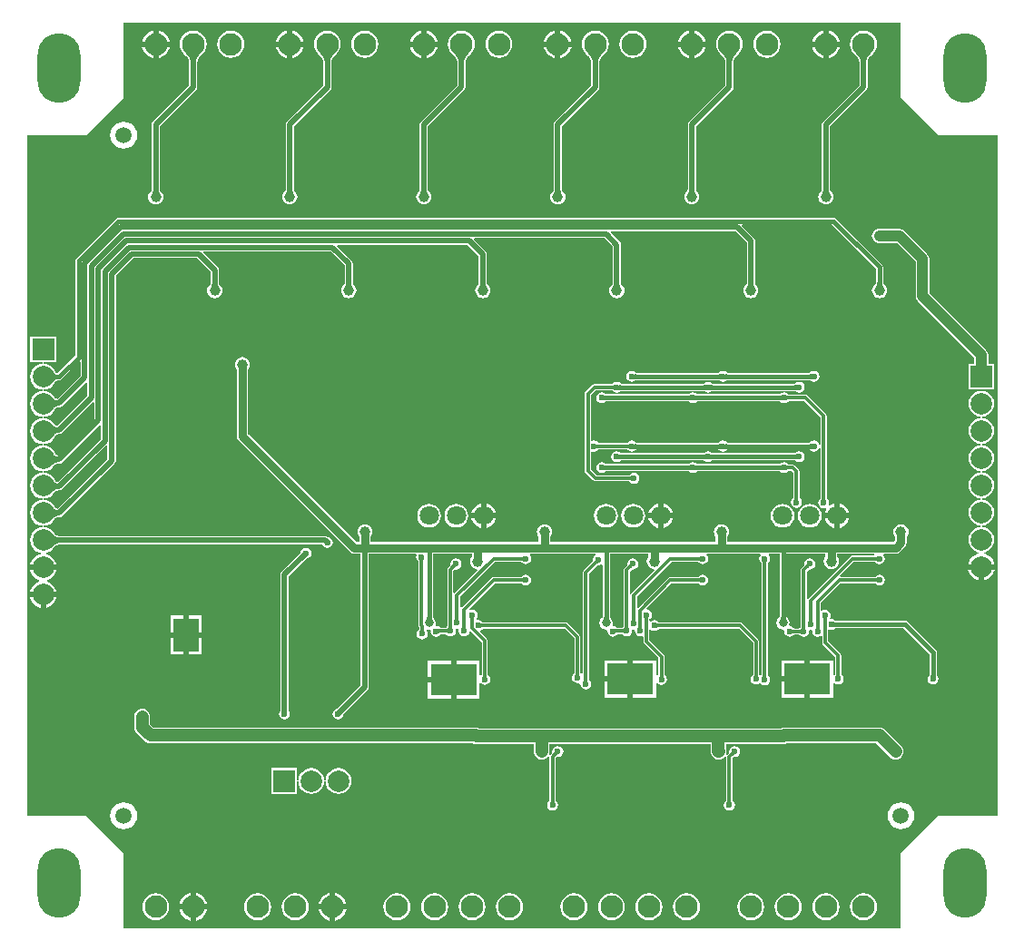
<source format=gbl>
G04*
G04 #@! TF.GenerationSoftware,Altium Limited,Altium Designer,21.9.2 (33)*
G04*
G04 Layer_Physical_Order=2*
G04 Layer_Color=15238730*
%FSLAX25Y25*%
%MOIN*%
G70*
G04*
G04 #@! TF.SameCoordinates,034F36C6-47A8-4C4D-BE73-3EC9485E6904*
G04*
G04*
G04 #@! TF.FilePolarity,Positive*
G04*
G01*
G75*
%ADD14C,0.01968*%
%ADD68C,0.01181*%
%ADD70C,0.03937*%
%ADD71C,0.01575*%
%ADD72C,0.03150*%
G04:AMPARAMS|DCode=75|XSize=59.06mil|YSize=59.06mil|CornerRadius=29.53mil|HoleSize=0mil|Usage=FLASHONLY|Rotation=0.000|XOffset=0mil|YOffset=0mil|HoleType=Round|Shape=RoundedRectangle|*
%AMROUNDEDRECTD75*
21,1,0.05906,0.00000,0,0,0.0*
21,1,0.00000,0.05906,0,0,0.0*
1,1,0.05906,0.00000,0.00000*
1,1,0.05906,0.00000,0.00000*
1,1,0.05906,0.00000,0.00000*
1,1,0.05906,0.00000,0.00000*
%
%ADD75ROUNDEDRECTD75*%
%ADD76C,0.07874*%
%ADD77R,0.07874X0.07874*%
%ADD78C,0.08268*%
%ADD79C,0.07087*%
%ADD80R,0.07874X0.07874*%
%ADD81R,0.17008X0.11811*%
%ADD82R,0.09449X0.12205*%
G04:AMPARAMS|DCode=83|XSize=157.48mil|YSize=255.91mil|CornerRadius=78.74mil|HoleSize=0mil|Usage=FLASHONLY|Rotation=180.000|XOffset=0mil|YOffset=0mil|HoleType=Round|Shape=RoundedRectangle|*
%AMROUNDEDRECTD83*
21,1,0.15748,0.09843,0,0,180.0*
21,1,0.00000,0.25591,0,0,180.0*
1,1,0.15748,0.00000,0.04921*
1,1,0.15748,0.00000,0.04921*
1,1,0.15748,0.00000,-0.04921*
1,1,0.15748,0.00000,-0.04921*
%
%ADD83ROUNDEDRECTD83*%
%ADD84C,0.02362*%
%ADD85C,0.03937*%
%ADD86C,0.03150*%
%ADD87C,0.04724*%
G36*
X324803Y309055D02*
X338583Y295276D01*
X360236D01*
Y45276D01*
X338583D01*
X324803Y31496D01*
Y3937D01*
X39370D01*
Y31496D01*
X25591Y45276D01*
X3937D01*
Y295276D01*
X25591D01*
X39370Y309055D01*
Y336614D01*
X324803D01*
Y309055D01*
D02*
G37*
%LPC*%
G36*
X298244Y333787D02*
Y329740D01*
X302291D01*
X302246Y330080D01*
X301729Y331329D01*
X300906Y332402D01*
X299833Y333225D01*
X298584Y333742D01*
X298244Y333787D01*
D02*
G37*
G36*
X101394D02*
Y329740D01*
X105440D01*
X105395Y330080D01*
X104878Y331329D01*
X104055Y332402D01*
X102983Y333225D01*
X101734Y333742D01*
X101394Y333787D01*
D02*
G37*
G36*
X150606D02*
Y329740D01*
X154653D01*
X154608Y330080D01*
X154091Y331329D01*
X153268Y332402D01*
X152195Y333225D01*
X150946Y333742D01*
X150606Y333787D01*
D02*
G37*
G36*
X52181D02*
Y329740D01*
X56228D01*
X56183Y330080D01*
X55665Y331329D01*
X54843Y332402D01*
X53770Y333225D01*
X52521Y333742D01*
X52181Y333787D01*
D02*
G37*
G36*
X199819D02*
Y329740D01*
X203865D01*
X203821Y330080D01*
X203303Y331329D01*
X202480Y332402D01*
X201408Y333225D01*
X200159Y333742D01*
X199819Y333787D01*
D02*
G37*
G36*
X249031Y333787D02*
Y329740D01*
X253078D01*
X253033Y330080D01*
X252516Y331329D01*
X251693Y332402D01*
X250621Y333225D01*
X249372Y333742D01*
X249031Y333787D01*
D02*
G37*
G36*
X247031Y333787D02*
X246691Y333742D01*
X245442Y333225D01*
X244370Y332402D01*
X243547Y331329D01*
X243030Y330080D01*
X242985Y329740D01*
X247031D01*
Y333787D01*
D02*
G37*
G36*
X99394Y333787D02*
X99054Y333742D01*
X97805Y333225D01*
X96732Y332402D01*
X95909Y331329D01*
X95392Y330080D01*
X95347Y329740D01*
X99394D01*
Y333787D01*
D02*
G37*
G36*
X148606D02*
X148266Y333742D01*
X147017Y333225D01*
X145945Y332402D01*
X145122Y331329D01*
X144605Y330080D01*
X144560Y329740D01*
X148606D01*
Y333787D01*
D02*
G37*
G36*
X50181D02*
X49841Y333742D01*
X48592Y333225D01*
X47520Y332402D01*
X46697Y331329D01*
X46179Y330080D01*
X46135Y329740D01*
X50181D01*
Y333787D01*
D02*
G37*
G36*
X197819D02*
X197479Y333742D01*
X196230Y333225D01*
X195157Y332402D01*
X194334Y331329D01*
X193817Y330080D01*
X193772Y329740D01*
X197819D01*
Y333787D01*
D02*
G37*
G36*
X296244D02*
X295904Y333742D01*
X294655Y333225D01*
X293583Y332402D01*
X292760Y331329D01*
X292242Y330080D01*
X292198Y329740D01*
X296244D01*
Y333787D01*
D02*
G37*
G36*
X275590Y333717D02*
X274303Y333547D01*
X273102Y333050D01*
X272072Y332259D01*
X271281Y331228D01*
X270784Y330028D01*
X270614Y328740D01*
X270784Y327452D01*
X271281Y326252D01*
X272072Y325221D01*
X273102Y324430D01*
X274303Y323933D01*
X275590Y323764D01*
X276878Y323933D01*
X278079Y324430D01*
X279109Y325221D01*
X279900Y326252D01*
X280397Y327452D01*
X280567Y328740D01*
X280397Y330028D01*
X279900Y331228D01*
X279109Y332259D01*
X278079Y333050D01*
X276878Y333547D01*
X275590Y333717D01*
D02*
G37*
G36*
X226378D02*
X225090Y333547D01*
X223890Y333050D01*
X222859Y332259D01*
X222068Y331228D01*
X221571Y330028D01*
X221402Y328740D01*
X221571Y327452D01*
X222068Y326252D01*
X222859Y325221D01*
X223890Y324430D01*
X225090Y323933D01*
X226378Y323764D01*
X227666Y323933D01*
X228866Y324430D01*
X229897Y325221D01*
X230688Y326252D01*
X231185Y327452D01*
X231354Y328740D01*
X231185Y330028D01*
X230688Y331228D01*
X229897Y332259D01*
X228866Y333050D01*
X227666Y333547D01*
X226378Y333717D01*
D02*
G37*
G36*
X177165D02*
X175877Y333547D01*
X174677Y333050D01*
X173646Y332259D01*
X172856Y331228D01*
X172359Y330028D01*
X172189Y328740D01*
X172359Y327452D01*
X172856Y326252D01*
X173646Y325221D01*
X174677Y324430D01*
X175877Y323933D01*
X177165Y323764D01*
X178453Y323933D01*
X179654Y324430D01*
X180684Y325221D01*
X181475Y326252D01*
X181972Y327452D01*
X182142Y328740D01*
X181972Y330028D01*
X181475Y331228D01*
X180684Y332259D01*
X179654Y333050D01*
X178453Y333547D01*
X177165Y333717D01*
D02*
G37*
G36*
X127953D02*
X126665Y333547D01*
X125464Y333050D01*
X124434Y332259D01*
X123643Y331228D01*
X123146Y330028D01*
X122976Y328740D01*
X123146Y327452D01*
X123643Y326252D01*
X124434Y325221D01*
X125464Y324430D01*
X126665Y323933D01*
X127953Y323764D01*
X129241Y323933D01*
X130441Y324430D01*
X131472Y325221D01*
X132263Y326252D01*
X132760Y327452D01*
X132929Y328740D01*
X132760Y330028D01*
X132263Y331228D01*
X131472Y332259D01*
X130441Y333050D01*
X129241Y333547D01*
X127953Y333717D01*
D02*
G37*
G36*
X78740D02*
X77452Y333547D01*
X76252Y333050D01*
X75221Y332259D01*
X74430Y331228D01*
X73933Y330028D01*
X73764Y328740D01*
X73933Y327452D01*
X74430Y326252D01*
X75221Y325221D01*
X76252Y324430D01*
X77452Y323933D01*
X78740Y323764D01*
X80028Y323933D01*
X81228Y324430D01*
X82259Y325221D01*
X83050Y326252D01*
X83547Y327452D01*
X83717Y328740D01*
X83547Y330028D01*
X83050Y331228D01*
X82259Y332259D01*
X81228Y333050D01*
X80028Y333547D01*
X78740Y333717D01*
D02*
G37*
G36*
X247031Y327740D02*
X242985D01*
X243030Y327400D01*
X243547Y326151D01*
X244370Y325079D01*
X245442Y324256D01*
X246691Y323738D01*
X247031Y323694D01*
Y327740D01*
D02*
G37*
G36*
X302291D02*
X298244D01*
Y323694D01*
X298584Y323738D01*
X299833Y324256D01*
X300906Y325079D01*
X301729Y326151D01*
X302246Y327400D01*
X302291Y327740D01*
D02*
G37*
G36*
X203865D02*
X199819D01*
Y323694D01*
X200159Y323738D01*
X201408Y324256D01*
X202480Y325079D01*
X203303Y326151D01*
X203821Y327400D01*
X203865Y327740D01*
D02*
G37*
G36*
X154653D02*
X150606D01*
Y323694D01*
X150946Y323738D01*
X152195Y324256D01*
X153268Y325079D01*
X154091Y326151D01*
X154608Y327400D01*
X154653Y327740D01*
D02*
G37*
G36*
X105440D02*
X101394D01*
Y323694D01*
X101734Y323738D01*
X102983Y324256D01*
X104055Y325079D01*
X104878Y326151D01*
X105395Y327400D01*
X105440Y327740D01*
D02*
G37*
G36*
X56228D02*
X52181D01*
Y323694D01*
X52521Y323738D01*
X53770Y324256D01*
X54843Y325079D01*
X55665Y326151D01*
X56183Y327400D01*
X56228Y327740D01*
D02*
G37*
G36*
X197819D02*
X193772D01*
X193817Y327400D01*
X194334Y326151D01*
X195157Y325079D01*
X196230Y324256D01*
X197479Y323738D01*
X197819Y323694D01*
Y327740D01*
D02*
G37*
G36*
X148606D02*
X144560D01*
X144605Y327400D01*
X145122Y326151D01*
X145945Y325079D01*
X147017Y324256D01*
X148266Y323738D01*
X148606Y323694D01*
Y327740D01*
D02*
G37*
G36*
X99394D02*
X95347D01*
X95392Y327400D01*
X95909Y326151D01*
X96732Y325079D01*
X97805Y324256D01*
X99054Y323738D01*
X99394Y323694D01*
Y327740D01*
D02*
G37*
G36*
X50181D02*
X46135D01*
X46179Y327400D01*
X46697Y326151D01*
X47520Y325079D01*
X48592Y324256D01*
X49841Y323738D01*
X50181Y323694D01*
Y327740D01*
D02*
G37*
G36*
X296244D02*
X292198D01*
X292242Y327400D01*
X292760Y326151D01*
X293583Y325079D01*
X294655Y324256D01*
X295904Y323738D01*
X296244Y323694D01*
Y327740D01*
D02*
G37*
G36*
X253078D02*
X249031D01*
Y323694D01*
X249372Y323738D01*
X250621Y324256D01*
X251693Y325079D01*
X252516Y326151D01*
X253033Y327400D01*
X253078Y327740D01*
D02*
G37*
G36*
X39370Y300239D02*
X38085Y300070D01*
X36888Y299574D01*
X35860Y298785D01*
X35071Y297758D01*
X34576Y296560D01*
X34406Y295276D01*
X34576Y293991D01*
X35071Y292794D01*
X35860Y291766D01*
X36888Y290977D01*
X38085Y290481D01*
X39370Y290312D01*
X40655Y290481D01*
X41852Y290977D01*
X42880Y291766D01*
X43669Y292794D01*
X44165Y293991D01*
X44334Y295276D01*
X44165Y296560D01*
X43669Y297758D01*
X42880Y298785D01*
X41852Y299574D01*
X40655Y300070D01*
X39370Y300239D01*
D02*
G37*
G36*
X311024Y333717D02*
X309736Y333547D01*
X308535Y333050D01*
X307505Y332259D01*
X306714Y331228D01*
X306217Y330028D01*
X306047Y328740D01*
X306217Y327452D01*
X306714Y326252D01*
X307505Y325221D01*
X308535Y324430D01*
X308652Y324382D01*
X308668Y324362D01*
X308895Y324031D01*
X309085Y323710D01*
X309237Y323398D01*
X309353Y323096D01*
X309434Y322804D01*
X309482Y322521D01*
X309499Y322214D01*
X309510Y322191D01*
Y313619D01*
X296174Y300283D01*
X295846Y299792D01*
X295731Y299213D01*
X295731Y299213D01*
Y275570D01*
X295719Y275545D01*
X295704Y275154D01*
X295688Y275004D01*
X295675Y274923D01*
X295270Y274612D01*
X294826Y274034D01*
X294547Y273360D01*
X294452Y272638D01*
X294547Y271915D01*
X294826Y271242D01*
X295270Y270663D01*
X295848Y270219D01*
X296521Y269941D01*
X297244Y269845D01*
X297967Y269941D01*
X298640Y270219D01*
X299219Y270663D01*
X299662Y271242D01*
X299941Y271915D01*
X300037Y272638D01*
X299941Y273360D01*
X299662Y274034D01*
X299219Y274612D01*
X298813Y274923D01*
X298801Y274997D01*
X298773Y275339D01*
X298769Y275534D01*
X298757Y275561D01*
Y298586D01*
X312094Y311922D01*
X312094Y311922D01*
X312422Y312413D01*
X312537Y312992D01*
X312537Y312992D01*
Y322191D01*
X312548Y322214D01*
X312566Y322521D01*
X312613Y322804D01*
X312694Y323096D01*
X312810Y323398D01*
X312962Y323710D01*
X313152Y324031D01*
X313375Y324356D01*
X313398Y324383D01*
X313512Y324430D01*
X314543Y325221D01*
X315333Y326252D01*
X315830Y327452D01*
X316000Y328740D01*
X315830Y330028D01*
X315333Y331228D01*
X314543Y332259D01*
X313512Y333050D01*
X312312Y333547D01*
X311024Y333717D01*
D02*
G37*
G36*
X261811D02*
X260523Y333547D01*
X259323Y333050D01*
X258292Y332259D01*
X257501Y331228D01*
X257004Y330028D01*
X256835Y328740D01*
X257004Y327452D01*
X257501Y326252D01*
X258292Y325221D01*
X259323Y324430D01*
X259439Y324382D01*
X259455Y324362D01*
X259683Y324031D01*
X259872Y323710D01*
X260024Y323398D01*
X260140Y323096D01*
X260221Y322804D01*
X260269Y322521D01*
X260286Y322214D01*
X260298Y322191D01*
Y313619D01*
X246961Y300283D01*
X246633Y299792D01*
X246518Y299213D01*
X246518Y299213D01*
Y275570D01*
X246506Y275545D01*
X246491Y275154D01*
X246475Y275004D01*
X246462Y274923D01*
X246057Y274612D01*
X245613Y274034D01*
X245334Y273360D01*
X245239Y272638D01*
X245334Y271915D01*
X245613Y271242D01*
X246057Y270663D01*
X246635Y270219D01*
X247309Y269941D01*
X248031Y269845D01*
X248754Y269941D01*
X249428Y270219D01*
X250006Y270663D01*
X250450Y271242D01*
X250729Y271915D01*
X250824Y272638D01*
X250729Y273360D01*
X250450Y274034D01*
X250006Y274612D01*
X249601Y274923D01*
X249589Y274997D01*
X249560Y275339D01*
X249557Y275534D01*
X249545Y275561D01*
Y298586D01*
X262881Y311922D01*
X262881Y311922D01*
X263209Y312413D01*
X263324Y312992D01*
Y322191D01*
X263336Y322214D01*
X263353Y322521D01*
X263401Y322804D01*
X263482Y323096D01*
X263597Y323398D01*
X263750Y323710D01*
X263939Y324031D01*
X264162Y324356D01*
X264186Y324383D01*
X264299Y324430D01*
X265330Y325221D01*
X266121Y326252D01*
X266618Y327452D01*
X266788Y328740D01*
X266618Y330028D01*
X266121Y331228D01*
X265330Y332259D01*
X264299Y333050D01*
X263099Y333547D01*
X261811Y333717D01*
D02*
G37*
G36*
X212598D02*
X211310Y333547D01*
X210110Y333050D01*
X209080Y332259D01*
X208289Y331228D01*
X207792Y330028D01*
X207622Y328740D01*
X207792Y327452D01*
X208289Y326252D01*
X209080Y325221D01*
X210110Y324430D01*
X210227Y324382D01*
X210243Y324362D01*
X210470Y324031D01*
X210660Y323710D01*
X210812Y323398D01*
X210928Y323096D01*
X211009Y322804D01*
X211056Y322521D01*
X211074Y322214D01*
X211085Y322191D01*
Y313619D01*
X197749Y300283D01*
X197421Y299792D01*
X197306Y299213D01*
X197306Y299213D01*
Y275570D01*
X197294Y275545D01*
X197279Y275154D01*
X197263Y275004D01*
X197250Y274923D01*
X196844Y274612D01*
X196401Y274034D01*
X196122Y273360D01*
X196027Y272638D01*
X196122Y271915D01*
X196401Y271242D01*
X196844Y270663D01*
X197423Y270219D01*
X198096Y269941D01*
X198819Y269845D01*
X199542Y269941D01*
X200215Y270219D01*
X200793Y270663D01*
X201237Y271242D01*
X201516Y271915D01*
X201611Y272638D01*
X201516Y273360D01*
X201237Y274034D01*
X200793Y274612D01*
X200388Y274923D01*
X200376Y274997D01*
X200348Y275339D01*
X200344Y275534D01*
X200332Y275561D01*
Y298586D01*
X213668Y311922D01*
X213668Y311922D01*
X213997Y312413D01*
X214112Y312992D01*
X214112Y312992D01*
Y322191D01*
X214123Y322214D01*
X214140Y322521D01*
X214188Y322804D01*
X214269Y323096D01*
X214385Y323398D01*
X214537Y323710D01*
X214727Y324031D01*
X214950Y324356D01*
X214973Y324383D01*
X215087Y324430D01*
X216117Y325221D01*
X216908Y326252D01*
X217405Y327452D01*
X217575Y328740D01*
X217405Y330028D01*
X216908Y331228D01*
X216117Y332259D01*
X215087Y333050D01*
X213886Y333547D01*
X212598Y333717D01*
D02*
G37*
G36*
X163386D02*
X162098Y333547D01*
X160898Y333050D01*
X159867Y332259D01*
X159076Y331228D01*
X158579Y330028D01*
X158409Y328740D01*
X158579Y327452D01*
X159076Y326252D01*
X159867Y325221D01*
X160898Y324430D01*
X161014Y324382D01*
X161030Y324362D01*
X161258Y324031D01*
X161447Y323710D01*
X161599Y323398D01*
X161715Y323096D01*
X161796Y322804D01*
X161844Y322521D01*
X161861Y322214D01*
X161872Y322191D01*
Y313619D01*
X148536Y300283D01*
X148208Y299792D01*
X148093Y299213D01*
X148093Y299213D01*
Y275570D01*
X148081Y275545D01*
X148066Y275154D01*
X148050Y275004D01*
X148037Y274923D01*
X147632Y274612D01*
X147188Y274034D01*
X146909Y273360D01*
X146814Y272638D01*
X146909Y271915D01*
X147188Y271242D01*
X147632Y270663D01*
X148210Y270219D01*
X148884Y269941D01*
X149606Y269845D01*
X150329Y269941D01*
X151003Y270219D01*
X151581Y270663D01*
X152025Y271242D01*
X152304Y271915D01*
X152399Y272638D01*
X152304Y273360D01*
X152025Y274034D01*
X151581Y274612D01*
X151175Y274923D01*
X151164Y274997D01*
X151135Y275339D01*
X151132Y275534D01*
X151120Y275561D01*
Y298586D01*
X164456Y311922D01*
X164456Y311922D01*
X164784Y312413D01*
X164899Y312992D01*
X164899Y312992D01*
Y322191D01*
X164910Y322214D01*
X164928Y322521D01*
X164976Y322804D01*
X165057Y323096D01*
X165172Y323398D01*
X165324Y323710D01*
X165514Y324031D01*
X165737Y324356D01*
X165761Y324383D01*
X165874Y324430D01*
X166905Y325221D01*
X167695Y326252D01*
X168193Y327452D01*
X168362Y328740D01*
X168193Y330028D01*
X167695Y331228D01*
X166905Y332259D01*
X165874Y333050D01*
X164674Y333547D01*
X163386Y333717D01*
D02*
G37*
G36*
X114173D02*
X112885Y333547D01*
X111685Y333050D01*
X110654Y332259D01*
X109863Y331228D01*
X109366Y330028D01*
X109197Y328740D01*
X109366Y327452D01*
X109863Y326252D01*
X110654Y325221D01*
X111685Y324430D01*
X111801Y324382D01*
X111817Y324362D01*
X112045Y324031D01*
X112235Y323710D01*
X112387Y323398D01*
X112503Y323096D01*
X112584Y322804D01*
X112631Y322521D01*
X112649Y322214D01*
X112660Y322191D01*
Y313619D01*
X99324Y300283D01*
X98996Y299792D01*
X98880Y299213D01*
X98880Y299213D01*
Y275570D01*
X98869Y275545D01*
X98854Y275154D01*
X98838Y275004D01*
X98825Y274923D01*
X98419Y274612D01*
X97975Y274034D01*
X97697Y273360D01*
X97601Y272638D01*
X97697Y271915D01*
X97975Y271242D01*
X98419Y270663D01*
X98997Y270219D01*
X99671Y269941D01*
X100394Y269845D01*
X101116Y269941D01*
X101790Y270219D01*
X102368Y270663D01*
X102812Y271242D01*
X103091Y271915D01*
X103186Y272638D01*
X103091Y273360D01*
X102812Y274034D01*
X102368Y274612D01*
X101963Y274923D01*
X101951Y274997D01*
X101923Y275339D01*
X101919Y275534D01*
X101907Y275561D01*
Y298586D01*
X115243Y311922D01*
X115243Y311922D01*
X115571Y312413D01*
X115687Y312992D01*
X115687Y312992D01*
Y322191D01*
X115698Y322214D01*
X115715Y322521D01*
X115763Y322804D01*
X115844Y323096D01*
X115960Y323398D01*
X116112Y323710D01*
X116301Y324031D01*
X116525Y324356D01*
X116548Y324383D01*
X116661Y324430D01*
X117692Y325221D01*
X118483Y326252D01*
X118980Y327452D01*
X119150Y328740D01*
X118980Y330028D01*
X118483Y331228D01*
X117692Y332259D01*
X116661Y333050D01*
X115461Y333547D01*
X114173Y333717D01*
D02*
G37*
G36*
X64961D02*
X63673Y333547D01*
X62472Y333050D01*
X61442Y332259D01*
X60651Y331228D01*
X60154Y330028D01*
X59984Y328740D01*
X60154Y327452D01*
X60651Y326252D01*
X61442Y325221D01*
X62472Y324430D01*
X62589Y324382D01*
X62605Y324362D01*
X62832Y324031D01*
X63022Y323710D01*
X63174Y323398D01*
X63290Y323096D01*
X63371Y322804D01*
X63419Y322521D01*
X63436Y322214D01*
X63447Y322191D01*
Y313619D01*
X50111Y300283D01*
X49783Y299792D01*
X49668Y299213D01*
X49668Y299213D01*
Y275570D01*
X49656Y275545D01*
X49641Y275154D01*
X49625Y275004D01*
X49612Y274923D01*
X49207Y274612D01*
X48763Y274034D01*
X48484Y273360D01*
X48389Y272638D01*
X48484Y271915D01*
X48763Y271242D01*
X49207Y270663D01*
X49785Y270219D01*
X50458Y269941D01*
X51181Y269845D01*
X51904Y269941D01*
X52577Y270219D01*
X53156Y270663D01*
X53599Y271242D01*
X53878Y271915D01*
X53974Y272638D01*
X53878Y273360D01*
X53599Y274034D01*
X53156Y274612D01*
X52750Y274923D01*
X52738Y274997D01*
X52710Y275339D01*
X52706Y275534D01*
X52694Y275561D01*
Y298586D01*
X66031Y311922D01*
X66031Y311922D01*
X66359Y312413D01*
X66474Y312992D01*
X66474Y312992D01*
Y322191D01*
X66485Y322214D01*
X66503Y322521D01*
X66550Y322804D01*
X66631Y323096D01*
X66747Y323398D01*
X66899Y323710D01*
X67089Y324031D01*
X67312Y324356D01*
X67335Y324383D01*
X67449Y324430D01*
X68480Y325221D01*
X69270Y326252D01*
X69767Y327452D01*
X69937Y328740D01*
X69767Y330028D01*
X69270Y331228D01*
X68480Y332259D01*
X67449Y333050D01*
X66249Y333547D01*
X64961Y333717D01*
D02*
G37*
G36*
X300000Y265092D02*
X37445D01*
X36943Y264992D01*
X36517Y264708D01*
X21910Y250101D01*
X21625Y249675D01*
X21525Y249173D01*
Y214327D01*
X15105Y207906D01*
X15086Y207909D01*
X14860Y207962D01*
X14649Y208036D01*
X14452Y208130D01*
X14267Y208244D01*
X14259Y208251D01*
X13980Y208924D01*
X13221Y209914D01*
X12231Y210673D01*
X11079Y211151D01*
X10206Y211265D01*
X9956Y211298D01*
X9989Y211798D01*
X14580D01*
Y221272D01*
X5105D01*
Y211798D01*
X9697D01*
X9729Y211298D01*
X9479Y211265D01*
X8606Y211151D01*
X7454Y210673D01*
X6464Y209914D01*
X5705Y208924D01*
X5227Y207772D01*
X5065Y206535D01*
X5227Y205299D01*
X5705Y204147D01*
X6464Y203157D01*
X7454Y202398D01*
X8606Y201920D01*
X9573Y201793D01*
X9614Y201788D01*
Y201283D01*
X9573Y201278D01*
X8606Y201150D01*
X7454Y200673D01*
X6464Y199914D01*
X5705Y198924D01*
X5227Y197772D01*
X5065Y196535D01*
X5227Y195299D01*
X5705Y194147D01*
X6464Y193157D01*
X7454Y192398D01*
X8606Y191920D01*
X9573Y191793D01*
X9614Y191788D01*
Y191283D01*
X9573Y191278D01*
X8606Y191150D01*
X7454Y190673D01*
X6464Y189914D01*
X5705Y188924D01*
X5227Y187772D01*
X5065Y186535D01*
X5227Y185299D01*
X5705Y184146D01*
X6464Y183157D01*
X7454Y182398D01*
X8606Y181920D01*
X9573Y181793D01*
X9614Y181788D01*
Y181283D01*
X9573Y181278D01*
X8606Y181150D01*
X7454Y180673D01*
X6464Y179914D01*
X5705Y178924D01*
X5227Y177772D01*
X5065Y176535D01*
X5227Y175299D01*
X5705Y174146D01*
X6464Y173157D01*
X7454Y172398D01*
X8606Y171920D01*
X9573Y171793D01*
X9614Y171788D01*
Y171283D01*
X9573Y171278D01*
X8606Y171151D01*
X7454Y170673D01*
X6464Y169914D01*
X5705Y168924D01*
X5227Y167772D01*
X5065Y166535D01*
X5227Y165299D01*
X5705Y164146D01*
X6464Y163157D01*
X7454Y162398D01*
X8606Y161920D01*
X9573Y161793D01*
X9614Y161788D01*
Y161283D01*
X9573Y161278D01*
X8606Y161151D01*
X7454Y160673D01*
X6464Y159914D01*
X5705Y158924D01*
X5227Y157772D01*
X5065Y156535D01*
X5227Y155299D01*
X5705Y154147D01*
X6464Y153157D01*
X7454Y152398D01*
X8606Y151920D01*
X9573Y151793D01*
X9614Y151788D01*
Y151283D01*
X9573Y151278D01*
X8606Y151151D01*
X7454Y150673D01*
X6464Y149914D01*
X5705Y148924D01*
X5227Y147772D01*
X5065Y146535D01*
X5227Y145299D01*
X5705Y144147D01*
X6464Y143157D01*
X7454Y142398D01*
X8606Y141920D01*
X8848Y141888D01*
Y141384D01*
X8554Y141345D01*
X7353Y140848D01*
X6321Y140057D01*
X5530Y139025D01*
X5033Y137824D01*
X4995Y137535D01*
X9843D01*
X14691D01*
X14652Y137824D01*
X14155Y139025D01*
X13364Y140057D01*
X12332Y140848D01*
X11131Y141345D01*
X10837Y141384D01*
Y141888D01*
X11079Y141920D01*
X12231Y142398D01*
X13221Y143157D01*
X13980Y144147D01*
X14028Y144261D01*
X14313Y144455D01*
X14615Y144629D01*
X14909Y144769D01*
X15196Y144876D01*
X15475Y144950D01*
X15748Y144995D01*
X16046Y145011D01*
X16070Y145022D01*
X112282D01*
X112307Y144896D01*
X112745Y144241D01*
X113400Y143803D01*
X114173Y143649D01*
X114946Y143803D01*
X115602Y144241D01*
X116039Y144896D01*
X116193Y145669D01*
X116039Y146442D01*
X115602Y147098D01*
X114946Y147535D01*
X114285Y147667D01*
X113886Y147934D01*
X113307Y148049D01*
X113307Y148049D01*
X16070D01*
X16046Y148060D01*
X15748Y148076D01*
X15475Y148120D01*
X15196Y148195D01*
X14909Y148302D01*
X14615Y148442D01*
X14313Y148616D01*
X14028Y148810D01*
X13980Y148924D01*
X13221Y149914D01*
X12231Y150673D01*
X11079Y151151D01*
X10112Y151278D01*
X10071Y151283D01*
Y151788D01*
X10112Y151793D01*
X11079Y151920D01*
X12231Y152398D01*
X13221Y153157D01*
X13980Y154147D01*
X14145Y154545D01*
X14196Y154579D01*
X14412Y154697D01*
X14644Y154793D01*
X14892Y154870D01*
X15158Y154925D01*
X15444Y154959D01*
X15768Y154971D01*
X15829Y154999D01*
X16327Y155098D01*
X16818Y155426D01*
X36054Y174662D01*
X36054Y174662D01*
X36382Y175153D01*
X36497Y175732D01*
Y243515D01*
X43103Y250121D01*
X66302D01*
X71321Y245101D01*
Y241121D01*
X71310Y241096D01*
X71295Y240705D01*
X71278Y240555D01*
X71265Y240475D01*
X70860Y240163D01*
X70416Y239585D01*
X70137Y238912D01*
X70042Y238189D01*
X70137Y237466D01*
X70416Y236793D01*
X70860Y236214D01*
X71438Y235771D01*
X72112Y235492D01*
X72835Y235397D01*
X73557Y235492D01*
X74231Y235771D01*
X74809Y236214D01*
X75253Y236793D01*
X75532Y237466D01*
X75627Y238189D01*
X75532Y238912D01*
X75253Y239585D01*
X74809Y240163D01*
X74404Y240475D01*
X74392Y240548D01*
X74364Y240890D01*
X74360Y241085D01*
X74348Y241112D01*
Y245728D01*
X74348Y245728D01*
X74233Y246307D01*
X73905Y246798D01*
X73905Y246798D01*
X68576Y252127D01*
X68767Y252589D01*
X115515D01*
X120534Y247570D01*
Y241121D01*
X120522Y241096D01*
X120507Y240705D01*
X120491Y240555D01*
X120478Y240475D01*
X120073Y240163D01*
X119629Y239585D01*
X119350Y238912D01*
X119255Y238189D01*
X119350Y237466D01*
X119629Y236793D01*
X120073Y236214D01*
X120651Y235771D01*
X121325Y235492D01*
X122047Y235397D01*
X122770Y235492D01*
X123443Y235771D01*
X124022Y236214D01*
X124466Y236793D01*
X124744Y237466D01*
X124840Y238189D01*
X124744Y238912D01*
X124466Y239585D01*
X124022Y240163D01*
X123617Y240475D01*
X123605Y240548D01*
X123576Y240890D01*
X123573Y241085D01*
X123561Y241112D01*
Y248197D01*
X123445Y248776D01*
X123117Y249267D01*
X123117Y249267D01*
X117789Y254596D01*
X117980Y255058D01*
X165712D01*
X169746Y251023D01*
Y241121D01*
X169735Y241096D01*
X169720Y240705D01*
X169704Y240555D01*
X169691Y240475D01*
X169285Y240163D01*
X168842Y239585D01*
X168563Y238912D01*
X168467Y238189D01*
X168563Y237466D01*
X168842Y236793D01*
X169285Y236214D01*
X169864Y235771D01*
X170537Y235492D01*
X171260Y235397D01*
X171983Y235492D01*
X172656Y235771D01*
X173234Y236214D01*
X173678Y236793D01*
X173957Y237466D01*
X174052Y238189D01*
X173957Y238912D01*
X173678Y239585D01*
X173234Y240163D01*
X172829Y240475D01*
X172817Y240548D01*
X172789Y240890D01*
X172785Y241085D01*
X172773Y241112D01*
Y251650D01*
X172658Y252229D01*
X172330Y252720D01*
X172330Y252720D01*
X167985Y257064D01*
X168177Y257526D01*
X215909D01*
X218959Y254475D01*
Y241121D01*
X218947Y241096D01*
X218932Y240705D01*
X218916Y240555D01*
X218903Y240475D01*
X218498Y240163D01*
X218054Y239585D01*
X217775Y238912D01*
X217680Y238189D01*
X217775Y237466D01*
X218054Y236793D01*
X218498Y236214D01*
X219076Y235771D01*
X219750Y235492D01*
X220472Y235397D01*
X221195Y235492D01*
X221869Y235771D01*
X222447Y236214D01*
X222891Y236793D01*
X223170Y237466D01*
X223265Y238189D01*
X223170Y238912D01*
X222891Y239585D01*
X222447Y240163D01*
X222042Y240475D01*
X222030Y240548D01*
X222001Y240890D01*
X221998Y241085D01*
X221986Y241112D01*
Y255102D01*
X221871Y255681D01*
X221543Y256172D01*
X221543Y256172D01*
X218182Y259533D01*
X218374Y259995D01*
X264137D01*
X268172Y255960D01*
Y241121D01*
X268160Y241096D01*
X268145Y240705D01*
X268129Y240555D01*
X268116Y240475D01*
X267710Y240163D01*
X267267Y239585D01*
X266988Y238912D01*
X266893Y238189D01*
X266988Y237466D01*
X267267Y236793D01*
X267710Y236214D01*
X268289Y235771D01*
X268962Y235492D01*
X269685Y235397D01*
X270408Y235492D01*
X271081Y235771D01*
X271660Y236214D01*
X272103Y236793D01*
X272382Y237466D01*
X272477Y238189D01*
X272382Y238912D01*
X272103Y239585D01*
X271660Y240163D01*
X271254Y240475D01*
X271242Y240548D01*
X271214Y240890D01*
X271210Y241085D01*
X271198Y241112D01*
Y256587D01*
X271083Y257166D01*
X270755Y257657D01*
X270755Y257657D01*
X266407Y262005D01*
X266598Y262467D01*
X299456D01*
X315616Y246307D01*
Y241226D01*
X315601Y241191D01*
X315595Y241012D01*
X315581Y240860D01*
X315558Y240720D01*
X315530Y240605D01*
X314955Y240163D01*
X314511Y239585D01*
X314232Y238912D01*
X314137Y238189D01*
X314232Y237466D01*
X314511Y236793D01*
X314955Y236214D01*
X315533Y235771D01*
X316206Y235492D01*
X316929Y235397D01*
X317652Y235492D01*
X318325Y235771D01*
X318904Y236214D01*
X319347Y236793D01*
X319626Y237466D01*
X319722Y238189D01*
X319626Y238912D01*
X319347Y239585D01*
X318904Y240163D01*
X318328Y240605D01*
X318300Y240720D01*
X318277Y240860D01*
X318263Y241012D01*
X318257Y241191D01*
X318242Y241226D01*
Y246850D01*
X318142Y247353D01*
X317857Y247779D01*
X300928Y264708D01*
X300502Y264992D01*
X300000Y265092D01*
D02*
G37*
G36*
X292913Y208713D02*
X292140Y208559D01*
X291485Y208121D01*
X291423Y208028D01*
X291296Y208021D01*
X291264Y208005D01*
X261078D01*
X261039Y208021D01*
X260944Y208022D01*
X260877Y208121D01*
X260222Y208559D01*
X259449Y208713D01*
X258676Y208559D01*
X258020Y208121D01*
X257958Y208028D01*
X257831Y208021D01*
X257799Y208005D01*
X227613D01*
X227575Y208021D01*
X227479Y208022D01*
X227413Y208121D01*
X226757Y208559D01*
X225984Y208713D01*
X225211Y208559D01*
X224556Y208121D01*
X224118Y207466D01*
X223964Y206693D01*
X224118Y205920D01*
X224556Y205265D01*
X225211Y204827D01*
X225984Y204673D01*
X226757Y204827D01*
X227413Y205265D01*
X227475Y205358D01*
X227602Y205365D01*
X227634Y205380D01*
X257820D01*
X257858Y205364D01*
X257954Y205364D01*
X258020Y205265D01*
X258676Y204827D01*
X259449Y204673D01*
X260222Y204827D01*
X260877Y205265D01*
X260940Y205358D01*
X261066Y205365D01*
X261098Y205380D01*
X291284D01*
X291323Y205364D01*
X291419Y205364D01*
X291485Y205265D01*
X292140Y204827D01*
X292913Y204673D01*
X293686Y204827D01*
X294342Y205265D01*
X294779Y205920D01*
X294933Y206693D01*
X294779Y207466D01*
X294342Y208121D01*
X293686Y208559D01*
X292913Y208713D01*
D02*
G37*
G36*
X287402Y204776D02*
X286629Y204622D01*
X285973Y204184D01*
X285911Y204090D01*
X285784Y204084D01*
X285752Y204068D01*
X255566D01*
X255528Y204084D01*
X255432Y204085D01*
X255365Y204184D01*
X254710Y204622D01*
X253937Y204776D01*
X253164Y204622D01*
X252509Y204184D01*
X252446Y204090D01*
X252320Y204084D01*
X252288Y204068D01*
X222101D01*
X222063Y204084D01*
X221967Y204085D01*
X221901Y204184D01*
X221245Y204622D01*
X220472Y204776D01*
X219699Y204622D01*
X219044Y204184D01*
X218848Y203890D01*
X218841Y203890D01*
X218731Y203888D01*
X218686Y203868D01*
X212205D01*
X212205Y203868D01*
X211779Y203783D01*
X211419Y203542D01*
X211418Y203542D01*
X209056Y201180D01*
X208815Y200819D01*
X208731Y200394D01*
X208731Y200394D01*
Y172047D01*
X208731Y172047D01*
X208815Y171622D01*
X209056Y171261D01*
X211812Y168505D01*
X212173Y168264D01*
X212598Y168179D01*
X224977D01*
X225019Y168160D01*
X225148Y168155D01*
X225343Y167863D01*
X225999Y167425D01*
X226772Y167271D01*
X227545Y167425D01*
X228200Y167863D01*
X228638Y168518D01*
X228792Y169291D01*
X228638Y170064D01*
X228200Y170720D01*
X227545Y171158D01*
X226772Y171311D01*
X225999Y171158D01*
X225343Y170720D01*
X225147Y170426D01*
X225140Y170425D01*
X225030Y170423D01*
X224985Y170403D01*
X213059D01*
X210954Y172508D01*
Y178939D01*
X211454Y179214D01*
X212114Y179082D01*
X212887Y179236D01*
X213543Y179674D01*
X213739Y179968D01*
X213746Y179969D01*
X213856Y179971D01*
X213901Y179990D01*
X224190D01*
X224232Y179971D01*
X224361Y179966D01*
X224556Y179674D01*
X225211Y179236D01*
X225984Y179082D01*
X226757Y179236D01*
X227413Y179674D01*
X227475Y179768D01*
X227602Y179774D01*
X227634Y179790D01*
X257820D01*
X257858Y179774D01*
X257954Y179773D01*
X258020Y179674D01*
X258676Y179236D01*
X259449Y179082D01*
X260222Y179236D01*
X260877Y179674D01*
X260940Y179768D01*
X261066Y179774D01*
X261098Y179790D01*
X291284D01*
X291323Y179774D01*
X291419Y179773D01*
X291485Y179674D01*
X292140Y179236D01*
X292913Y179082D01*
X293686Y179236D01*
X294342Y179674D01*
X294779Y180329D01*
X294845Y180657D01*
X295345Y180608D01*
Y162031D01*
X295325Y161989D01*
X295320Y161860D01*
X295028Y161664D01*
X294590Y161009D01*
X294437Y160236D01*
X294590Y159463D01*
X295028Y158808D01*
X295684Y158370D01*
X296457Y158216D01*
X297165Y158357D01*
X297325Y158211D01*
X297482Y157949D01*
X297370Y157803D01*
X296912Y156698D01*
X296888Y156512D01*
X300339D01*
Y159963D01*
X300152Y159938D01*
X299047Y159480D01*
X298752Y159254D01*
X298637Y159310D01*
X298344Y159571D01*
X298477Y160236D01*
X298323Y161009D01*
X297885Y161664D01*
X297591Y161861D01*
X297590Y161868D01*
X297588Y161978D01*
X297569Y162023D01*
Y192126D01*
X297569Y192126D01*
X297484Y192552D01*
X297243Y192912D01*
X297243Y192912D01*
X290698Y199457D01*
X290698Y199457D01*
X290550Y199605D01*
X290189Y199846D01*
X289764Y199931D01*
X289764Y199931D01*
X283684D01*
X283642Y199950D01*
X283513Y199955D01*
X283318Y200247D01*
X282663Y200685D01*
X281890Y200839D01*
X281117Y200685D01*
X280462Y200247D01*
X280399Y200153D01*
X280272Y200147D01*
X280240Y200132D01*
X250054D01*
X250016Y200148D01*
X249920Y200148D01*
X249853Y200247D01*
X249198Y200685D01*
X248425Y200839D01*
X247652Y200685D01*
X246997Y200247D01*
X246934Y200153D01*
X246808Y200147D01*
X246776Y200132D01*
X216589D01*
X216551Y200148D01*
X216455Y200148D01*
X216389Y200247D01*
X215734Y200685D01*
X214961Y200839D01*
X214188Y200685D01*
X213532Y200247D01*
X213094Y199592D01*
X212941Y198819D01*
X213094Y198046D01*
X213532Y197391D01*
X214188Y196953D01*
X214961Y196799D01*
X215734Y196953D01*
X216389Y197391D01*
X216452Y197484D01*
X216578Y197491D01*
X216610Y197506D01*
X246796D01*
X246835Y197490D01*
X246931Y197490D01*
X246997Y197391D01*
X247652Y196953D01*
X248425Y196799D01*
X249198Y196953D01*
X249853Y197391D01*
X249916Y197484D01*
X250043Y197491D01*
X250075Y197506D01*
X280261D01*
X280299Y197490D01*
X280395Y197490D01*
X280462Y197391D01*
X281117Y196953D01*
X281890Y196799D01*
X282663Y196953D01*
X283318Y197391D01*
X283514Y197685D01*
X283522Y197685D01*
X283631Y197687D01*
X283677Y197707D01*
X289303D01*
X295345Y191665D01*
Y181597D01*
X294845Y181547D01*
X294779Y181875D01*
X294342Y182531D01*
X293686Y182968D01*
X292913Y183122D01*
X292140Y182968D01*
X291485Y182531D01*
X291423Y182437D01*
X291296Y182430D01*
X291264Y182415D01*
X261078D01*
X261039Y182431D01*
X260944Y182431D01*
X260877Y182531D01*
X260222Y182968D01*
X259449Y183122D01*
X258676Y182968D01*
X258020Y182531D01*
X257958Y182437D01*
X257831Y182430D01*
X257799Y182415D01*
X227613D01*
X227575Y182431D01*
X227479Y182431D01*
X227413Y182531D01*
X226757Y182968D01*
X225984Y183122D01*
X225211Y182968D01*
X224556Y182531D01*
X224359Y182237D01*
X224353Y182236D01*
X224243Y182234D01*
X224197Y182214D01*
X213909D01*
X213866Y182234D01*
X213738Y182239D01*
X213543Y182531D01*
X212887Y182968D01*
X212114Y183122D01*
X211454Y182991D01*
X210954Y183266D01*
Y199933D01*
X212665Y201644D01*
X218678D01*
X218720Y201625D01*
X218849Y201620D01*
X219044Y201328D01*
X219699Y200890D01*
X220472Y200736D01*
X221245Y200890D01*
X221901Y201328D01*
X221963Y201421D01*
X222090Y201428D01*
X222122Y201443D01*
X252308D01*
X252346Y201427D01*
X252442Y201427D01*
X252509Y201328D01*
X253164Y200890D01*
X253937Y200736D01*
X254710Y200890D01*
X255365Y201328D01*
X255428Y201421D01*
X255555Y201428D01*
X255587Y201443D01*
X285773D01*
X285811Y201427D01*
X285907Y201427D01*
X285973Y201328D01*
X286629Y200890D01*
X287402Y200736D01*
X288175Y200890D01*
X288830Y201328D01*
X289268Y201983D01*
X289422Y202756D01*
X289268Y203529D01*
X288830Y204184D01*
X288175Y204622D01*
X287402Y204776D01*
D02*
G37*
G36*
Y179185D02*
X286629Y179032D01*
X285973Y178594D01*
X285911Y178500D01*
X285784Y178493D01*
X285752Y178478D01*
X255566D01*
X255528Y178494D01*
X255432Y178494D01*
X255365Y178594D01*
X254710Y179032D01*
X253937Y179185D01*
X253164Y179032D01*
X252509Y178594D01*
X252446Y178500D01*
X252320Y178493D01*
X252288Y178478D01*
X222101D01*
X222063Y178494D01*
X221967Y178494D01*
X221901Y178594D01*
X221245Y179032D01*
X220472Y179185D01*
X219699Y179032D01*
X219044Y178594D01*
X218606Y177938D01*
X218453Y177165D01*
X218606Y176392D01*
X219044Y175737D01*
X219699Y175299D01*
X220472Y175145D01*
X221245Y175299D01*
X221901Y175737D01*
X221963Y175831D01*
X222090Y175838D01*
X222122Y175853D01*
X252308D01*
X252346Y175837D01*
X252442Y175837D01*
X252509Y175737D01*
X253164Y175299D01*
X253937Y175145D01*
X254710Y175299D01*
X255365Y175737D01*
X255428Y175831D01*
X255555Y175838D01*
X255587Y175853D01*
X285773D01*
X285811Y175837D01*
X285907Y175837D01*
X285973Y175737D01*
X286629Y175299D01*
X287402Y175145D01*
X288175Y175299D01*
X288830Y175737D01*
X289268Y176392D01*
X289422Y177165D01*
X289268Y177938D01*
X288830Y178594D01*
X288175Y179032D01*
X287402Y179185D01*
D02*
G37*
G36*
X281890Y175248D02*
X281117Y175094D01*
X280462Y174657D01*
X280399Y174563D01*
X280272Y174556D01*
X280240Y174541D01*
X250054D01*
X250016Y174557D01*
X249920Y174557D01*
X249853Y174657D01*
X249198Y175094D01*
X248425Y175248D01*
X247652Y175094D01*
X246997Y174657D01*
X246934Y174563D01*
X246808Y174556D01*
X246776Y174541D01*
X216589D01*
X216551Y174557D01*
X216455Y174557D01*
X216389Y174657D01*
X215734Y175094D01*
X214961Y175248D01*
X214188Y175094D01*
X213532Y174657D01*
X213094Y174001D01*
X212941Y173228D01*
X213094Y172455D01*
X213532Y171800D01*
X214188Y171362D01*
X214961Y171208D01*
X215734Y171362D01*
X216389Y171800D01*
X216452Y171894D01*
X216578Y171900D01*
X216610Y171916D01*
X246796D01*
X246835Y171900D01*
X246931Y171899D01*
X246997Y171800D01*
X247652Y171362D01*
X248425Y171208D01*
X249198Y171362D01*
X249853Y171800D01*
X249916Y171894D01*
X250043Y171900D01*
X250075Y171916D01*
X280261D01*
X280299Y171900D01*
X280395Y171899D01*
X280462Y171800D01*
X281117Y171362D01*
X281890Y171208D01*
X282663Y171362D01*
X283318Y171800D01*
X283514Y172094D01*
X283522Y172095D01*
X283631Y172097D01*
X283677Y172116D01*
X284579D01*
X285305Y171390D01*
Y162228D01*
X285286Y162185D01*
X285281Y162056D01*
X284989Y161861D01*
X284551Y161206D01*
X284397Y160433D01*
X284551Y159660D01*
X284989Y159005D01*
X285644Y158567D01*
X286417Y158413D01*
X287190Y158567D01*
X287846Y159005D01*
X288283Y159660D01*
X288437Y160433D01*
X288283Y161206D01*
X287846Y161861D01*
X287552Y162058D01*
X287551Y162065D01*
X287549Y162175D01*
X287529Y162220D01*
Y171850D01*
X287529Y171850D01*
X287445Y172276D01*
X287204Y172637D01*
X287204Y172637D01*
X285826Y174015D01*
X285465Y174256D01*
X285039Y174340D01*
X285039Y174340D01*
X283684D01*
X283642Y174360D01*
X283513Y174365D01*
X283318Y174657D01*
X282663Y175094D01*
X281890Y175248D01*
D02*
G37*
G36*
X302339Y159963D02*
Y156512D01*
X305789D01*
X305765Y156698D01*
X305307Y157803D01*
X304579Y158752D01*
X303630Y159480D01*
X302525Y159938D01*
X302339Y159963D01*
D02*
G37*
G36*
X237535D02*
Y156512D01*
X240986D01*
X240962Y156698D01*
X240504Y157803D01*
X239776Y158752D01*
X238827Y159480D01*
X237721Y159938D01*
X237535Y159963D01*
D02*
G37*
G36*
X235535D02*
X235349Y159938D01*
X234244Y159480D01*
X233295Y158752D01*
X232567Y157803D01*
X232109Y156698D01*
X232085Y156512D01*
X235535D01*
Y159963D01*
D02*
G37*
G36*
X172575D02*
Y156512D01*
X176026D01*
X176001Y156698D01*
X175543Y157803D01*
X174815Y158752D01*
X173866Y159480D01*
X172761Y159938D01*
X172575Y159963D01*
D02*
G37*
G36*
X170575D02*
X170389Y159938D01*
X169283Y159480D01*
X168334Y158752D01*
X167606Y157803D01*
X167148Y156698D01*
X167124Y156512D01*
X170575D01*
Y159963D01*
D02*
G37*
G36*
X291339Y159893D02*
X290205Y159743D01*
X289148Y159306D01*
X288241Y158609D01*
X287545Y157702D01*
X287107Y156646D01*
X286958Y155512D01*
X287107Y154378D01*
X287545Y153321D01*
X288241Y152414D01*
X289148Y151718D01*
X290205Y151280D01*
X291339Y151131D01*
X292472Y151280D01*
X293529Y151718D01*
X294436Y152414D01*
X295132Y153321D01*
X295570Y154378D01*
X295719Y155512D01*
X295570Y156646D01*
X295132Y157702D01*
X294436Y158609D01*
X293529Y159306D01*
X292472Y159743D01*
X291339Y159893D01*
D02*
G37*
G36*
X281339D02*
X280205Y159743D01*
X279148Y159306D01*
X278241Y158609D01*
X277545Y157702D01*
X277107Y156646D01*
X276958Y155512D01*
X277107Y154378D01*
X277545Y153321D01*
X278241Y152414D01*
X279148Y151718D01*
X280205Y151280D01*
X281339Y151131D01*
X282472Y151280D01*
X283529Y151718D01*
X284436Y152414D01*
X285133Y153321D01*
X285570Y154378D01*
X285719Y155512D01*
X285570Y156646D01*
X285133Y157702D01*
X284436Y158609D01*
X283529Y159306D01*
X282472Y159743D01*
X281339Y159893D01*
D02*
G37*
G36*
X226535D02*
X225402Y159743D01*
X224345Y159306D01*
X223438Y158609D01*
X222742Y157702D01*
X222304Y156646D01*
X222155Y155512D01*
X222304Y154378D01*
X222742Y153321D01*
X223438Y152414D01*
X224345Y151718D01*
X225402Y151280D01*
X226535Y151131D01*
X227669Y151280D01*
X228726Y151718D01*
X229633Y152414D01*
X230329Y153321D01*
X230767Y154378D01*
X230916Y155512D01*
X230767Y156646D01*
X230329Y157702D01*
X229633Y158609D01*
X228726Y159306D01*
X227669Y159743D01*
X226535Y159893D01*
D02*
G37*
G36*
X216535D02*
X215402Y159743D01*
X214345Y159306D01*
X213438Y158609D01*
X212742Y157702D01*
X212304Y156646D01*
X212155Y155512D01*
X212304Y154378D01*
X212742Y153321D01*
X213438Y152414D01*
X214345Y151718D01*
X215402Y151280D01*
X216535Y151131D01*
X217669Y151280D01*
X218726Y151718D01*
X219633Y152414D01*
X220329Y153321D01*
X220767Y154378D01*
X220916Y155512D01*
X220767Y156646D01*
X220329Y157702D01*
X219633Y158609D01*
X218726Y159306D01*
X217669Y159743D01*
X216535Y159893D01*
D02*
G37*
G36*
X161575D02*
X160441Y159743D01*
X159384Y159306D01*
X158477Y158609D01*
X157781Y157702D01*
X157343Y156646D01*
X157194Y155512D01*
X157343Y154378D01*
X157781Y153321D01*
X158477Y152414D01*
X159384Y151718D01*
X160441Y151280D01*
X161575Y151131D01*
X162709Y151280D01*
X163765Y151718D01*
X164673Y152414D01*
X165369Y153321D01*
X165806Y154378D01*
X165956Y155512D01*
X165806Y156646D01*
X165369Y157702D01*
X164673Y158609D01*
X163765Y159306D01*
X162709Y159743D01*
X161575Y159893D01*
D02*
G37*
G36*
X151575D02*
X150441Y159743D01*
X149384Y159306D01*
X148477Y158609D01*
X147781Y157702D01*
X147343Y156646D01*
X147194Y155512D01*
X147343Y154378D01*
X147781Y153321D01*
X148477Y152414D01*
X149384Y151718D01*
X150441Y151280D01*
X151575Y151131D01*
X152709Y151280D01*
X153765Y151718D01*
X154673Y152414D01*
X155369Y153321D01*
X155806Y154378D01*
X155956Y155512D01*
X155806Y156646D01*
X155369Y157702D01*
X154673Y158609D01*
X153765Y159306D01*
X152709Y159743D01*
X151575Y159893D01*
D02*
G37*
G36*
X305789Y154512D02*
X302339D01*
Y151061D01*
X302525Y151085D01*
X303630Y151543D01*
X304579Y152271D01*
X305307Y153221D01*
X305765Y154326D01*
X305789Y154512D01*
D02*
G37*
G36*
X300339D02*
X296888D01*
X296912Y154326D01*
X297370Y153221D01*
X298098Y152271D01*
X299047Y151543D01*
X300152Y151085D01*
X300339Y151061D01*
Y154512D01*
D02*
G37*
G36*
X240986D02*
X237535D01*
Y151061D01*
X237721Y151085D01*
X238827Y151543D01*
X239776Y152271D01*
X240504Y153221D01*
X240962Y154326D01*
X240986Y154512D01*
D02*
G37*
G36*
X235535D02*
X232085D01*
X232109Y154326D01*
X232567Y153221D01*
X233295Y152271D01*
X234244Y151543D01*
X235349Y151085D01*
X235535Y151061D01*
Y154512D01*
D02*
G37*
G36*
X176026D02*
X172575D01*
Y151061D01*
X172761Y151085D01*
X173866Y151543D01*
X174815Y152271D01*
X175543Y153221D01*
X176001Y154326D01*
X176026Y154512D01*
D02*
G37*
G36*
X170575D02*
X167124D01*
X167148Y154326D01*
X167606Y153221D01*
X168334Y152271D01*
X169283Y151543D01*
X170389Y151085D01*
X170575Y151061D01*
Y154512D01*
D02*
G37*
G36*
X83000Y213792D02*
X82277Y213697D01*
X81604Y213418D01*
X81025Y212975D01*
X80582Y212396D01*
X80303Y211723D01*
X80208Y211000D01*
X80303Y210277D01*
X80582Y209604D01*
X80885Y209209D01*
Y184716D01*
X81046Y183907D01*
X81504Y183221D01*
X122520Y142205D01*
X123206Y141746D01*
X124016Y141585D01*
X126439D01*
Y93147D01*
X117960Y84667D01*
X117337Y84543D01*
X116682Y84105D01*
X116244Y83450D01*
X116090Y82677D01*
X116244Y81904D01*
X116682Y81249D01*
X117337Y80811D01*
X118110Y80657D01*
X118883Y80811D01*
X119538Y81249D01*
X119976Y81904D01*
X120100Y82527D01*
X129023Y91450D01*
X129023Y91450D01*
X129351Y91941D01*
X129466Y92520D01*
X129466Y92520D01*
Y141585D01*
X146643D01*
X146926Y141085D01*
X146799Y140445D01*
X146953Y139672D01*
X147391Y139017D01*
X147685Y138820D01*
X147685Y138813D01*
X147687Y138703D01*
X147707Y138658D01*
Y115128D01*
X147707Y115128D01*
X147792Y114703D01*
X147902Y114538D01*
Y113915D01*
X147882Y113873D01*
X147877Y113744D01*
X147585Y113549D01*
X147147Y112893D01*
X146994Y112120D01*
X147147Y111347D01*
X147585Y110692D01*
X148241Y110254D01*
X149013Y110100D01*
X149786Y110254D01*
X150442Y110692D01*
X150880Y111347D01*
X151033Y112120D01*
X150880Y112893D01*
X150516Y113437D01*
X150779Y113879D01*
X151575Y113720D01*
X151839Y113773D01*
X152193Y113419D01*
X152130Y113103D01*
X152284Y112330D01*
X152722Y111675D01*
X153377Y111237D01*
X154150Y111083D01*
X154923Y111237D01*
X155578Y111675D01*
X155798Y112004D01*
X155803Y112004D01*
X155911Y112006D01*
X155915Y112008D01*
X155920Y112007D01*
X155962Y112026D01*
X157528D01*
X157574Y112006D01*
X157684Y112004D01*
X157692Y112004D01*
X157865Y111745D01*
X158521Y111307D01*
X159294Y111153D01*
X160067Y111307D01*
X160722Y111745D01*
X161160Y112400D01*
X161314Y113173D01*
X161209Y113700D01*
X161587Y114130D01*
X161594Y114133D01*
X161768Y114098D01*
X162072Y114159D01*
X162090Y114151D01*
X162457Y113726D01*
X162350Y113189D01*
X162504Y112416D01*
X162942Y111761D01*
X163597Y111323D01*
X164370Y111169D01*
X165143Y111323D01*
X165798Y111761D01*
X166236Y112416D01*
X166331Y112893D01*
X166874Y113057D01*
X170907Y109024D01*
Y97240D01*
X170887Y97198D01*
X170884Y97103D01*
X170487Y96806D01*
X170035Y96943D01*
Y102181D01*
X161531D01*
Y95276D01*
Y88370D01*
X170035D01*
Y89370D01*
Y93824D01*
Y93948D01*
X170535Y94100D01*
X170591Y94017D01*
X171246Y93579D01*
X172019Y93426D01*
X172792Y93579D01*
X173447Y94017D01*
X173885Y94672D01*
X174016Y95330D01*
Y95561D01*
X173885Y96218D01*
X173447Y96874D01*
X173153Y97070D01*
X173153Y97077D01*
X173151Y97187D01*
X173131Y97232D01*
Y109485D01*
X173131Y109485D01*
X173046Y109910D01*
X172805Y110271D01*
X172805Y110271D01*
X170270Y112806D01*
X170429Y113354D01*
X170989Y113727D01*
X171185Y114021D01*
X171192Y114022D01*
X171302Y114024D01*
X171347Y114044D01*
X201313D01*
X204888Y110469D01*
Y97640D01*
X204724Y97530D01*
Y97526D01*
X204461Y97263D01*
X204244Y96938D01*
X204095Y96578D01*
X204019Y96195D01*
Y95805D01*
X204095Y95422D01*
X204244Y95062D01*
X204461Y94737D01*
X204737Y94461D01*
X205227Y94134D01*
X206000Y93980D01*
X206605Y94100D01*
X207047Y93762D01*
X207035Y93701D01*
X207189Y92928D01*
X207627Y92273D01*
X208282Y91835D01*
X208860Y91720D01*
X209250D01*
X209828Y91835D01*
X210483Y92273D01*
X210921Y92928D01*
X211036Y93506D01*
Y93896D01*
X210921Y94474D01*
X210483Y95129D01*
X210167Y95341D01*
Y134185D01*
X213297Y137315D01*
X213340Y137331D01*
X213435Y137419D01*
X213779Y137350D01*
X214552Y137504D01*
X214723Y137618D01*
X215223Y137350D01*
Y118505D01*
X215207Y118471D01*
X215195Y118162D01*
X215188Y118098D01*
X214823Y117854D01*
X214298Y117068D01*
X214114Y116142D01*
X214298Y115215D01*
X214823Y114430D01*
X215609Y113905D01*
X216535Y113720D01*
X216714Y113756D01*
X217068Y113402D01*
X217007Y113097D01*
X217161Y112324D01*
X217598Y111669D01*
X218254Y111231D01*
X219027Y111077D01*
X219800Y111231D01*
X220455Y111669D01*
X220698Y112032D01*
X220806Y112034D01*
X220818Y112040D01*
X220831Y112036D01*
X220869Y112054D01*
X222353D01*
X222398Y112034D01*
X222510Y112032D01*
X222517Y112032D01*
X222668Y111807D01*
X223323Y111369D01*
X224096Y111215D01*
X224869Y111369D01*
X225524Y111807D01*
X225962Y112462D01*
X226116Y113235D01*
X226045Y113591D01*
X226398Y113967D01*
X226732Y113931D01*
X227052Y113493D01*
X227008Y113271D01*
X227161Y112498D01*
X227599Y111843D01*
X228255Y111405D01*
X229028Y111251D01*
X229687Y111383D01*
X230187Y111108D01*
Y109252D01*
X230187Y109252D01*
X230272Y108826D01*
X230513Y108466D01*
X235758Y103220D01*
Y97236D01*
X235739Y97194D01*
X235736Y97124D01*
X235349Y96838D01*
X234898Y97001D01*
Y102378D01*
X226394D01*
Y95472D01*
Y88567D01*
X234898D01*
Y89370D01*
Y93583D01*
Y93928D01*
X235398Y94080D01*
X235442Y94014D01*
X236097Y93576D01*
X236870Y93422D01*
X237643Y93576D01*
X238298Y94014D01*
X238736Y94669D01*
X238890Y95442D01*
X238736Y96215D01*
X238298Y96870D01*
X238004Y97067D01*
X238004Y97074D01*
X238002Y97183D01*
X237982Y97229D01*
Y103681D01*
X237982Y103681D01*
X237897Y104107D01*
X237656Y104467D01*
X237656Y104467D01*
X232411Y109713D01*
Y113515D01*
X232911Y113671D01*
X233479Y113291D01*
X234252Y113138D01*
X235025Y113291D01*
X235680Y113729D01*
X235877Y114023D01*
X235884Y114024D01*
X235994Y114026D01*
X236039Y114046D01*
X265287D01*
X270542Y108791D01*
Y97267D01*
X270522Y97225D01*
X270517Y97096D01*
X270225Y96901D01*
X269787Y96245D01*
X269672Y95668D01*
Y95277D01*
X269787Y94700D01*
X270225Y94044D01*
X270881Y93606D01*
X271654Y93453D01*
X272427Y93606D01*
X272778Y93841D01*
X273375Y93847D01*
X274030Y93409D01*
X274608Y93295D01*
X274998D01*
X275576Y93409D01*
X276066Y93737D01*
X276342Y94013D01*
X276669Y94503D01*
X276784Y95081D01*
Y95471D01*
X276669Y96049D01*
X276231Y96704D01*
X275937Y96900D01*
X275937Y96907D01*
X275935Y97017D01*
X275915Y97062D01*
Y137969D01*
X275935Y138011D01*
X275939Y138140D01*
X276231Y138336D01*
X276669Y138991D01*
X276823Y139764D01*
X276669Y140537D01*
X276303Y141085D01*
X276474Y141585D01*
X280183D01*
Y118505D01*
X280168Y118471D01*
X280156Y118162D01*
X280149Y118098D01*
X279784Y117854D01*
X279259Y117068D01*
X279075Y116142D01*
X279259Y115215D01*
X279784Y114430D01*
X280570Y113905D01*
X281496Y113720D01*
X281575Y113736D01*
X282000Y113311D01*
X281937Y112992D01*
X282090Y112219D01*
X282528Y111564D01*
X283184Y111126D01*
X283957Y110972D01*
X284730Y111126D01*
X285385Y111564D01*
X285581Y111858D01*
X285589Y111858D01*
X285698Y111861D01*
X285743Y111880D01*
X287280D01*
X287322Y111861D01*
X287451Y111856D01*
X287647Y111564D01*
X288302Y111126D01*
X289075Y110972D01*
X289848Y111126D01*
X290503Y111564D01*
X290941Y112219D01*
X291095Y112992D01*
X291037Y113282D01*
X291462Y113707D01*
X291600Y113680D01*
X291877Y113735D01*
X292231Y113382D01*
X292173Y113091D01*
X292327Y112318D01*
X292765Y111662D01*
X293420Y111224D01*
X294193Y111071D01*
X294966Y111224D01*
X295430Y111534D01*
X295930Y111293D01*
Y108867D01*
X295930Y108867D01*
X296014Y108441D01*
X296255Y108081D01*
X300678Y103658D01*
Y97267D01*
X300659Y97225D01*
X300347Y97021D01*
X299858Y97227D01*
Y102378D01*
X291354D01*
Y95473D01*
Y88567D01*
X299858D01*
Y89764D01*
Y93583D01*
Y93898D01*
X300358Y94050D01*
X300362Y94044D01*
X301017Y93606D01*
X301790Y93453D01*
X302563Y93606D01*
X303219Y94044D01*
X303656Y94700D01*
X303810Y95473D01*
X303656Y96245D01*
X303219Y96901D01*
X302924Y97097D01*
X302924Y97104D01*
X302922Y97214D01*
X302902Y97259D01*
Y104119D01*
X302902Y104119D01*
X302818Y104544D01*
X302576Y104905D01*
X302576Y104905D01*
X298154Y109328D01*
Y113475D01*
X298654Y113750D01*
X299313Y113619D01*
X300086Y113772D01*
X300742Y114210D01*
X300804Y114304D01*
X300931Y114311D01*
X300963Y114326D01*
X325747D01*
X335301Y104771D01*
Y97101D01*
X335286Y97063D01*
X335285Y96967D01*
X335186Y96901D01*
X334748Y96245D01*
X334633Y95668D01*
Y95277D01*
X334748Y94700D01*
X335186Y94044D01*
X335841Y93606D01*
X336614Y93453D01*
X337387Y93606D01*
X338042Y94044D01*
X338480Y94700D01*
X338634Y95472D01*
X338480Y96245D01*
X338042Y96901D01*
X337949Y96963D01*
X337942Y97090D01*
X337927Y97122D01*
Y105315D01*
X337827Y105817D01*
X337542Y106243D01*
X327219Y116567D01*
X326793Y116851D01*
X326291Y116951D01*
X300942D01*
X300904Y116967D01*
X300808Y116967D01*
X300742Y117067D01*
X300086Y117505D01*
X299313Y117658D01*
X299053Y117606D01*
X298752Y118056D01*
X298866Y118227D01*
X299020Y119000D01*
X298866Y119773D01*
X298428Y120428D01*
X297773Y120866D01*
X297000Y121020D01*
X296227Y120866D01*
X295805Y120584D01*
X295305Y120851D01*
Y123457D01*
X302626Y130778D01*
X315135D01*
X315177Y130758D01*
X315306Y130753D01*
X315501Y130462D01*
X316156Y130024D01*
X316929Y129870D01*
X317702Y130024D01*
X318357Y130462D01*
X318795Y131117D01*
X318949Y131890D01*
X318795Y132663D01*
X318357Y133318D01*
X317702Y133756D01*
X316929Y133910D01*
X316156Y133756D01*
X315501Y133318D01*
X315304Y133024D01*
X315297Y133024D01*
X315188Y133021D01*
X315142Y133002D01*
X302604D01*
X302397Y133502D01*
X307547Y138652D01*
X315135D01*
X315177Y138632D01*
X315306Y138628D01*
X315501Y138336D01*
X316156Y137898D01*
X316929Y137744D01*
X317702Y137898D01*
X318357Y138336D01*
X318795Y138991D01*
X318949Y139764D01*
X318795Y140537D01*
X318429Y141085D01*
X318600Y141585D01*
X322958D01*
X323768Y141746D01*
X324454Y142205D01*
X326299Y144050D01*
X326758Y144736D01*
X326919Y145546D01*
Y147815D01*
X327221Y148210D01*
X327500Y148884D01*
X327595Y149606D01*
X327500Y150329D01*
X327221Y151003D01*
X326778Y151581D01*
X326199Y152025D01*
X325526Y152304D01*
X324803Y152399D01*
X324080Y152304D01*
X323407Y152025D01*
X322829Y151581D01*
X322385Y151003D01*
X322106Y150329D01*
X322011Y149606D01*
X322106Y148884D01*
X322385Y148210D01*
X322688Y147815D01*
Y146422D01*
X322082Y145816D01*
X260974D01*
Y147815D01*
X261277Y148210D01*
X261556Y148884D01*
X261651Y149606D01*
X261556Y150329D01*
X261277Y151003D01*
X260833Y151581D01*
X260255Y152025D01*
X259581Y152304D01*
X258858Y152399D01*
X258136Y152304D01*
X257462Y152025D01*
X256884Y151581D01*
X256440Y151003D01*
X256161Y150329D01*
X256066Y149606D01*
X256161Y148884D01*
X256440Y148210D01*
X256743Y147815D01*
Y145816D01*
X196013D01*
Y147815D01*
X196316Y148210D01*
X196595Y148884D01*
X196690Y149606D01*
X196595Y150329D01*
X196316Y151003D01*
X195872Y151581D01*
X195294Y152025D01*
X194620Y152304D01*
X193898Y152399D01*
X193175Y152304D01*
X192501Y152025D01*
X191923Y151581D01*
X191479Y151003D01*
X191200Y150329D01*
X191105Y149606D01*
X191200Y148884D01*
X191479Y148210D01*
X191782Y147815D01*
Y145816D01*
X130068D01*
Y147815D01*
X130371Y148210D01*
X130650Y148884D01*
X130745Y149606D01*
X130650Y150329D01*
X130371Y151003D01*
X129927Y151581D01*
X129349Y152025D01*
X128675Y152304D01*
X127953Y152399D01*
X127230Y152304D01*
X126557Y152025D01*
X125978Y151581D01*
X125534Y151003D01*
X125256Y150329D01*
X125160Y149606D01*
X125256Y148884D01*
X125534Y148210D01*
X125837Y147815D01*
Y145816D01*
X124892D01*
X85115Y185593D01*
Y209209D01*
X85418Y209604D01*
X85697Y210277D01*
X85792Y211000D01*
X85697Y211723D01*
X85418Y212396D01*
X84974Y212975D01*
X84396Y213418D01*
X83723Y213697D01*
X83000Y213792D01*
D02*
G37*
G36*
X316929Y261060D02*
X316206Y260965D01*
X315533Y260686D01*
X314955Y260242D01*
X314511Y259664D01*
X314232Y258990D01*
X314137Y258268D01*
X314232Y257545D01*
X314511Y256872D01*
X314955Y256293D01*
X315533Y255849D01*
X316206Y255571D01*
X316929Y255475D01*
X317652Y255571D01*
X318087Y255751D01*
X323367D01*
X330160Y248957D01*
Y236221D01*
X330352Y235257D01*
X330897Y234441D01*
X351814Y213524D01*
Y211430D01*
X349594D01*
Y201956D01*
X354185D01*
X354218Y201456D01*
X353967Y201423D01*
X353094Y201308D01*
X351942Y200831D01*
X350952Y200071D01*
X350193Y199082D01*
X349716Y197930D01*
X349553Y196693D01*
X349716Y195456D01*
X350193Y194304D01*
X350952Y193314D01*
X351942Y192555D01*
X353094Y192078D01*
X354061Y191951D01*
X354102Y191945D01*
Y191441D01*
X354061Y191435D01*
X353094Y191308D01*
X351942Y190831D01*
X350952Y190071D01*
X350193Y189082D01*
X349716Y187929D01*
X349553Y186693D01*
X349716Y185456D01*
X350193Y184304D01*
X350952Y183314D01*
X351942Y182555D01*
X353094Y182078D01*
X354061Y181950D01*
X354102Y181945D01*
Y181441D01*
X354061Y181435D01*
X353094Y181308D01*
X351942Y180831D01*
X350952Y180071D01*
X350193Y179082D01*
X349716Y177929D01*
X349553Y176693D01*
X349716Y175456D01*
X350193Y174304D01*
X350952Y173314D01*
X351942Y172555D01*
X353094Y172078D01*
X354061Y171950D01*
X354102Y171945D01*
Y171441D01*
X354061Y171435D01*
X353094Y171308D01*
X351942Y170831D01*
X350952Y170071D01*
X350193Y169082D01*
X349716Y167929D01*
X349553Y166693D01*
X349716Y165456D01*
X350193Y164304D01*
X350952Y163314D01*
X351942Y162555D01*
X353094Y162078D01*
X354061Y161951D01*
X354102Y161945D01*
Y161441D01*
X354061Y161435D01*
X353094Y161308D01*
X351942Y160831D01*
X350952Y160071D01*
X350193Y159082D01*
X349716Y157930D01*
X349553Y156693D01*
X349716Y155456D01*
X350193Y154304D01*
X350952Y153314D01*
X351942Y152555D01*
X353094Y152078D01*
X354061Y151951D01*
X354102Y151945D01*
Y151441D01*
X354061Y151435D01*
X353094Y151308D01*
X351942Y150831D01*
X350952Y150071D01*
X350193Y149082D01*
X349716Y147930D01*
X349553Y146693D01*
X349716Y145456D01*
X350193Y144304D01*
X350952Y143314D01*
X351942Y142555D01*
X353094Y142078D01*
X353336Y142046D01*
Y141542D01*
X353042Y141503D01*
X351841Y141005D01*
X350810Y140214D01*
X350018Y139183D01*
X349521Y137982D01*
X349483Y137693D01*
X354331D01*
Y136693D01*
D01*
Y137693D01*
X359179D01*
X359141Y137982D01*
X358643Y139183D01*
X357852Y140214D01*
X356821Y141005D01*
X355620Y141503D01*
X355325Y141542D01*
Y142046D01*
X355567Y142078D01*
X356720Y142555D01*
X357709Y143314D01*
X358469Y144304D01*
X358946Y145456D01*
X359109Y146693D01*
X358946Y147930D01*
X358469Y149082D01*
X357709Y150071D01*
X356720Y150831D01*
X355567Y151308D01*
X354600Y151435D01*
X354559Y151441D01*
Y151945D01*
X354600Y151951D01*
X355567Y152078D01*
X356720Y152555D01*
X357709Y153314D01*
X358469Y154304D01*
X358946Y155456D01*
X359109Y156693D01*
X358946Y157930D01*
X358469Y159082D01*
X357709Y160071D01*
X356720Y160831D01*
X355567Y161308D01*
X354600Y161435D01*
X354559Y161441D01*
Y161945D01*
X354600Y161951D01*
X355567Y162078D01*
X356720Y162555D01*
X357709Y163314D01*
X358469Y164304D01*
X358946Y165456D01*
X359109Y166693D01*
X358946Y167929D01*
X358469Y169082D01*
X357709Y170071D01*
X356720Y170831D01*
X355567Y171308D01*
X354600Y171435D01*
X354559Y171441D01*
Y171945D01*
X354600Y171950D01*
X355567Y172078D01*
X356720Y172555D01*
X357709Y173314D01*
X358469Y174304D01*
X358946Y175456D01*
X359109Y176693D01*
X358946Y177929D01*
X358469Y179082D01*
X357709Y180071D01*
X356720Y180831D01*
X355567Y181308D01*
X354600Y181435D01*
X354559Y181441D01*
Y181945D01*
X354600Y181950D01*
X355567Y182078D01*
X356720Y182555D01*
X357709Y183314D01*
X358469Y184304D01*
X358946Y185456D01*
X359109Y186693D01*
X358946Y187929D01*
X358469Y189082D01*
X357709Y190071D01*
X356720Y190831D01*
X355567Y191308D01*
X354600Y191435D01*
X354559Y191441D01*
Y191945D01*
X354600Y191951D01*
X355567Y192078D01*
X356720Y192555D01*
X357709Y193314D01*
X358469Y194304D01*
X358946Y195456D01*
X359109Y196693D01*
X358946Y197930D01*
X358469Y199082D01*
X357709Y200071D01*
X356720Y200831D01*
X355567Y201308D01*
X354694Y201423D01*
X354444Y201456D01*
X354477Y201956D01*
X359068D01*
Y211430D01*
X356848D01*
Y214567D01*
X356656Y215530D01*
X356110Y216347D01*
X335194Y237263D01*
Y250000D01*
X335002Y250963D01*
X334457Y251780D01*
X326189Y260047D01*
X325373Y260593D01*
X324410Y260785D01*
X318087D01*
X317652Y260965D01*
X316929Y261060D01*
D02*
G37*
G36*
X359179Y135693D02*
X355331D01*
Y131845D01*
X355620Y131883D01*
X356821Y132380D01*
X357852Y133172D01*
X358643Y134203D01*
X359141Y135404D01*
X359179Y135693D01*
D02*
G37*
G36*
X353331D02*
X349483D01*
X349521Y135404D01*
X350018Y134203D01*
X350810Y133172D01*
X351841Y132380D01*
X353042Y131883D01*
X353331Y131845D01*
Y135693D01*
D02*
G37*
G36*
X14691Y135535D02*
X9843D01*
X4995D01*
X5033Y135247D01*
X5530Y134046D01*
X6321Y133014D01*
X7353Y132223D01*
X8359Y131806D01*
Y131265D01*
X7353Y130848D01*
X6321Y130057D01*
X5530Y129025D01*
X5033Y127824D01*
X4995Y127535D01*
X9843D01*
X14691D01*
X14652Y127824D01*
X14155Y129025D01*
X13364Y130057D01*
X12332Y130848D01*
X11326Y131265D01*
Y131806D01*
X12332Y132223D01*
X13364Y133014D01*
X14155Y134046D01*
X14652Y135247D01*
X14691Y135535D01*
D02*
G37*
G36*
X8843Y125535D02*
X4995D01*
X5033Y125247D01*
X5530Y124046D01*
X6321Y123014D01*
X7353Y122223D01*
X8554Y121725D01*
X8843Y121687D01*
Y125535D01*
D02*
G37*
G36*
X14691D02*
X10842D01*
Y121687D01*
X11131Y121725D01*
X12332Y122223D01*
X13364Y123014D01*
X14155Y124046D01*
X14652Y125247D01*
X14691Y125535D01*
D02*
G37*
G36*
X68142Y118858D02*
X63417D01*
Y112756D01*
X68142D01*
Y118858D01*
D02*
G37*
G36*
X61417D02*
X56693D01*
Y112756D01*
X61417D01*
Y118858D01*
D02*
G37*
G36*
X68142Y110756D02*
X63417D01*
Y104654D01*
X68142D01*
Y110756D01*
D02*
G37*
G36*
X61417D02*
X56693D01*
Y104654D01*
X61417D01*
Y110756D01*
D02*
G37*
G36*
X289354Y102378D02*
X280850D01*
Y101181D01*
Y96473D01*
X289354D01*
Y102378D01*
D02*
G37*
G36*
X224394Y102378D02*
X215890D01*
Y96472D01*
X224394D01*
Y102378D01*
D02*
G37*
G36*
X159531Y102181D02*
X151028D01*
Y96276D01*
X159531D01*
Y102181D01*
D02*
G37*
G36*
X289354Y94472D02*
X280850D01*
Y89370D01*
Y88567D01*
X289354D01*
Y94472D01*
D02*
G37*
G36*
X224394Y94472D02*
X215890D01*
Y89370D01*
Y88567D01*
X224394D01*
Y94472D01*
D02*
G37*
G36*
X159531Y94276D02*
X151028D01*
Y89370D01*
Y88370D01*
X159531D01*
Y94276D01*
D02*
G37*
G36*
X106299Y143752D02*
X105526Y143598D01*
X104871Y143161D01*
X104433Y142505D01*
X104309Y141882D01*
X97355Y134928D01*
X97027Y134437D01*
X96912Y133858D01*
X96912Y133858D01*
Y83978D01*
X96559Y83450D01*
X96405Y82677D01*
X96559Y81904D01*
X96997Y81249D01*
X97652Y80811D01*
X98425Y80657D01*
X99198Y80811D01*
X99853Y81249D01*
X100291Y81904D01*
X100445Y82677D01*
X100291Y83450D01*
X99938Y83978D01*
Y133231D01*
X106449Y139742D01*
X107072Y139866D01*
X107728Y140304D01*
X108165Y140959D01*
X108319Y141732D01*
X108165Y142505D01*
X107728Y143161D01*
X107072Y143598D01*
X106299Y143752D01*
D02*
G37*
G36*
X46260Y84580D02*
X45513Y84481D01*
X44816Y84193D01*
X44219Y83734D01*
X43760Y83136D01*
X43471Y82440D01*
X43373Y81693D01*
Y77756D01*
X43471Y77009D01*
X43760Y76313D01*
X44219Y75715D01*
X47171Y72762D01*
X47171Y72762D01*
X47769Y72303D01*
X48465Y72015D01*
X49213Y71916D01*
X49213Y71916D01*
X167538D01*
X168107Y71681D01*
X168854Y71583D01*
X168854Y71583D01*
X189975D01*
Y68950D01*
X190073Y68202D01*
X190361Y67506D01*
X190820Y66908D01*
X190872Y66856D01*
X191470Y66398D01*
X192166Y66109D01*
X192913Y66011D01*
X193661Y66109D01*
X194357Y66398D01*
X194955Y66856D01*
X195305Y67313D01*
X195773Y67101D01*
X195738Y66929D01*
X195738Y66929D01*
Y51007D01*
X195719Y50965D01*
X195714Y50836D01*
X195422Y50641D01*
X194984Y49986D01*
X194831Y49213D01*
X194984Y48440D01*
X195422Y47784D01*
X196077Y47346D01*
X196850Y47193D01*
X197623Y47346D01*
X198279Y47784D01*
X198716Y48440D01*
X198870Y49213D01*
X198716Y49986D01*
X198279Y50641D01*
X197985Y50837D01*
X197984Y50844D01*
X197982Y50954D01*
X197962Y50999D01*
Y66469D01*
X198336Y66842D01*
X198380Y66859D01*
X198475Y66946D01*
X198819Y66878D01*
X199592Y67032D01*
X200247Y67469D01*
X200685Y68125D01*
X200839Y68898D01*
X200685Y69671D01*
X200247Y70326D01*
X199592Y70764D01*
X198819Y70918D01*
X198046Y70764D01*
X197391Y70326D01*
X196953Y69671D01*
X196799Y68898D01*
X196868Y68551D01*
X196863Y68545D01*
X196787Y68466D01*
X196769Y68420D01*
X196064Y67715D01*
X196061Y67711D01*
X195618Y67947D01*
X195702Y68151D01*
X195800Y68898D01*
X195748Y69291D01*
Y71583D01*
X233918D01*
X233918Y71583D01*
X254881D01*
Y69004D01*
X254979Y68257D01*
X255267Y67561D01*
X255726Y66963D01*
X255833Y66856D01*
X256431Y66398D01*
X257127Y66109D01*
X257874Y66011D01*
X258621Y66109D01*
X259317Y66398D01*
X259915Y66856D01*
X260266Y67313D01*
X260733Y67101D01*
X260699Y66929D01*
X260699Y66929D01*
Y51007D01*
X260680Y50965D01*
X260675Y50836D01*
X260383Y50641D01*
X259945Y49986D01*
X259791Y49213D01*
X259945Y48440D01*
X260383Y47784D01*
X261038Y47346D01*
X261811Y47193D01*
X262584Y47346D01*
X263239Y47784D01*
X263677Y48440D01*
X263831Y49213D01*
X263677Y49986D01*
X263239Y50641D01*
X262945Y50837D01*
X262945Y50844D01*
X262943Y50954D01*
X262923Y50999D01*
Y66469D01*
X263297Y66842D01*
X263340Y66859D01*
X263435Y66946D01*
X263779Y66878D01*
X264552Y67032D01*
X265208Y67469D01*
X265646Y68125D01*
X265799Y68898D01*
X265646Y69671D01*
X265208Y70326D01*
X264552Y70764D01*
X263779Y70918D01*
X263006Y70764D01*
X262351Y70326D01*
X261913Y69671D01*
X261760Y68898D01*
X261829Y68551D01*
X261824Y68545D01*
X261748Y68466D01*
X261730Y68420D01*
X261025Y67715D01*
X261021Y67711D01*
X260578Y67947D01*
X260663Y68151D01*
X260761Y68898D01*
X260663Y69645D01*
X260654Y69665D01*
Y71583D01*
X281617D01*
X282364Y71681D01*
X282932Y71916D01*
X315733D01*
X320793Y66856D01*
X321391Y66398D01*
X322088Y66109D01*
X322835Y66011D01*
X323582Y66109D01*
X324278Y66398D01*
X324876Y66856D01*
X325335Y67454D01*
X325623Y68151D01*
X325722Y68898D01*
X325623Y69645D01*
X325335Y70341D01*
X324876Y70939D01*
X318970Y76845D01*
X318373Y77303D01*
X317676Y77592D01*
X316929Y77690D01*
X281950D01*
X281203Y77592D01*
X280635Y77356D01*
X233918D01*
X233918Y77356D01*
X169836D01*
X169267Y77592D01*
X168520Y77690D01*
X50408D01*
X49147Y78952D01*
Y81693D01*
X49048Y82440D01*
X48760Y83136D01*
X48301Y83734D01*
X47703Y84193D01*
X47007Y84481D01*
X46260Y84580D01*
D02*
G37*
G36*
X118268Y62849D02*
X117031Y62686D01*
X115879Y62209D01*
X114889Y61449D01*
X114130Y60460D01*
X113653Y59307D01*
X113525Y58340D01*
X113520Y58299D01*
X113016D01*
X113010Y58340D01*
X112883Y59307D01*
X112406Y60460D01*
X111646Y61449D01*
X110657Y62209D01*
X109504Y62686D01*
X108268Y62849D01*
X107031Y62686D01*
X105879Y62209D01*
X104889Y61449D01*
X104130Y60460D01*
X103653Y59307D01*
X103538Y58434D01*
X103505Y58184D01*
X103005Y58217D01*
Y62808D01*
X93531D01*
Y53334D01*
X103005D01*
Y57925D01*
X103505Y57958D01*
X103538Y57707D01*
X103653Y56834D01*
X104130Y55682D01*
X104889Y54692D01*
X105879Y53933D01*
X107031Y53456D01*
X108268Y53293D01*
X109504Y53456D01*
X110657Y53933D01*
X111646Y54692D01*
X112406Y55682D01*
X112883Y56834D01*
X113010Y57801D01*
X113016Y57843D01*
X113520D01*
X113525Y57801D01*
X113653Y56834D01*
X114130Y55682D01*
X114889Y54692D01*
X115879Y53933D01*
X117031Y53456D01*
X118268Y53293D01*
X119504Y53456D01*
X120657Y53933D01*
X121646Y54692D01*
X122406Y55682D01*
X122883Y56834D01*
X123046Y58071D01*
X122883Y59307D01*
X122406Y60460D01*
X121646Y61449D01*
X120657Y62209D01*
X119504Y62686D01*
X118268Y62849D01*
D02*
G37*
G36*
X324803Y50239D02*
X323518Y50070D01*
X322321Y49574D01*
X321293Y48785D01*
X320504Y47758D01*
X320009Y46560D01*
X319839Y45276D01*
X320009Y43991D01*
X320504Y42794D01*
X321293Y41766D01*
X322321Y40977D01*
X323518Y40481D01*
X324803Y40312D01*
X326088Y40481D01*
X327285Y40977D01*
X328313Y41766D01*
X329102Y42794D01*
X329598Y43991D01*
X329767Y45276D01*
X329598Y46560D01*
X329102Y47758D01*
X328313Y48785D01*
X327285Y49574D01*
X326088Y50070D01*
X324803Y50239D01*
D02*
G37*
G36*
X39370D02*
X38085Y50070D01*
X36888Y49574D01*
X35860Y48785D01*
X35071Y47758D01*
X34576Y46560D01*
X34406Y45276D01*
X34576Y43991D01*
X35071Y42794D01*
X35860Y41766D01*
X36888Y40977D01*
X38085Y40481D01*
X39370Y40312D01*
X40655Y40481D01*
X41852Y40977D01*
X42880Y41766D01*
X43669Y42794D01*
X44165Y43991D01*
X44334Y45276D01*
X44165Y46560D01*
X43669Y47758D01*
X42880Y48785D01*
X41852Y49574D01*
X40655Y50070D01*
X39370Y50239D01*
D02*
G37*
G36*
X117142Y16858D02*
Y12811D01*
X121188D01*
X121143Y13151D01*
X120626Y14400D01*
X119803Y15473D01*
X118731Y16295D01*
X117482Y16813D01*
X117142Y16858D01*
D02*
G37*
G36*
X115142D02*
X114802Y16813D01*
X113553Y16295D01*
X112480Y15473D01*
X111657Y14400D01*
X111140Y13151D01*
X111095Y12811D01*
X115142D01*
Y16858D01*
D02*
G37*
G36*
X65961D02*
Y12811D01*
X70007D01*
X69962Y13151D01*
X69445Y14400D01*
X68622Y15473D01*
X67550Y16295D01*
X66301Y16813D01*
X65961Y16858D01*
D02*
G37*
G36*
X63961D02*
X63620Y16813D01*
X62371Y16295D01*
X61299Y15473D01*
X60476Y14400D01*
X59959Y13151D01*
X59914Y12811D01*
X63961D01*
Y16858D01*
D02*
G37*
G36*
X311024Y16788D02*
X309736Y16618D01*
X308535Y16121D01*
X307505Y15330D01*
X306714Y14299D01*
X306217Y13099D01*
X306047Y11811D01*
X306217Y10523D01*
X306714Y9323D01*
X307505Y8292D01*
X308535Y7501D01*
X309736Y7004D01*
X311024Y6835D01*
X312312Y7004D01*
X313512Y7501D01*
X314543Y8292D01*
X315333Y9323D01*
X315830Y10523D01*
X316000Y11811D01*
X315830Y13099D01*
X315333Y14299D01*
X314543Y15330D01*
X313512Y16121D01*
X312312Y16618D01*
X311024Y16788D01*
D02*
G37*
G36*
X297244D02*
X295956Y16618D01*
X294756Y16121D01*
X293725Y15330D01*
X292934Y14299D01*
X292437Y13099D01*
X292268Y11811D01*
X292437Y10523D01*
X292934Y9323D01*
X293725Y8292D01*
X294756Y7501D01*
X295956Y7004D01*
X297244Y6835D01*
X298532Y7004D01*
X299732Y7501D01*
X300763Y8292D01*
X301554Y9323D01*
X302051Y10523D01*
X302221Y11811D01*
X302051Y13099D01*
X301554Y14299D01*
X300763Y15330D01*
X299732Y16121D01*
X298532Y16618D01*
X297244Y16788D01*
D02*
G37*
G36*
X283465D02*
X282177Y16618D01*
X280976Y16121D01*
X279946Y15330D01*
X279155Y14299D01*
X278658Y13099D01*
X278488Y11811D01*
X278658Y10523D01*
X279155Y9323D01*
X279946Y8292D01*
X280976Y7501D01*
X282177Y7004D01*
X283465Y6835D01*
X284753Y7004D01*
X285953Y7501D01*
X286983Y8292D01*
X287774Y9323D01*
X288271Y10523D01*
X288441Y11811D01*
X288271Y13099D01*
X287774Y14299D01*
X286983Y15330D01*
X285953Y16121D01*
X284753Y16618D01*
X283465Y16788D01*
D02*
G37*
G36*
X269685D02*
X268397Y16618D01*
X267197Y16121D01*
X266166Y15330D01*
X265375Y14299D01*
X264878Y13099D01*
X264709Y11811D01*
X264878Y10523D01*
X265375Y9323D01*
X266166Y8292D01*
X267197Y7501D01*
X268397Y7004D01*
X269685Y6835D01*
X270973Y7004D01*
X272173Y7501D01*
X273204Y8292D01*
X273995Y9323D01*
X274492Y10523D01*
X274661Y11811D01*
X274492Y13099D01*
X273995Y14299D01*
X273204Y15330D01*
X272173Y16121D01*
X270973Y16618D01*
X269685Y16788D01*
D02*
G37*
G36*
X246063D02*
X244775Y16618D01*
X243575Y16121D01*
X242544Y15330D01*
X241753Y14299D01*
X241256Y13099D01*
X241087Y11811D01*
X241256Y10523D01*
X241753Y9323D01*
X242544Y8292D01*
X243575Y7501D01*
X244775Y7004D01*
X246063Y6835D01*
X247351Y7004D01*
X248551Y7501D01*
X249582Y8292D01*
X250373Y9323D01*
X250870Y10523D01*
X251039Y11811D01*
X250870Y13099D01*
X250373Y14299D01*
X249582Y15330D01*
X248551Y16121D01*
X247351Y16618D01*
X246063Y16788D01*
D02*
G37*
G36*
X232283D02*
X230995Y16618D01*
X229795Y16121D01*
X228765Y15330D01*
X227974Y14299D01*
X227477Y13099D01*
X227307Y11811D01*
X227477Y10523D01*
X227974Y9323D01*
X228765Y8292D01*
X229795Y7501D01*
X230995Y7004D01*
X232283Y6835D01*
X233572Y7004D01*
X234772Y7501D01*
X235802Y8292D01*
X236593Y9323D01*
X237090Y10523D01*
X237260Y11811D01*
X237090Y13099D01*
X236593Y14299D01*
X235802Y15330D01*
X234772Y16121D01*
X233572Y16618D01*
X232283Y16788D01*
D02*
G37*
G36*
X218504D02*
X217216Y16618D01*
X216016Y16121D01*
X214985Y15330D01*
X214194Y14299D01*
X213697Y13099D01*
X213527Y11811D01*
X213697Y10523D01*
X214194Y9323D01*
X214985Y8292D01*
X216016Y7501D01*
X217216Y7004D01*
X218504Y6835D01*
X219792Y7004D01*
X220992Y7501D01*
X222023Y8292D01*
X222814Y9323D01*
X223311Y10523D01*
X223480Y11811D01*
X223311Y13099D01*
X222814Y14299D01*
X222023Y15330D01*
X220992Y16121D01*
X219792Y16618D01*
X218504Y16788D01*
D02*
G37*
G36*
X204724D02*
X203436Y16618D01*
X202236Y16121D01*
X201205Y15330D01*
X200415Y14299D01*
X199918Y13099D01*
X199748Y11811D01*
X199918Y10523D01*
X200415Y9323D01*
X201205Y8292D01*
X202236Y7501D01*
X203436Y7004D01*
X204724Y6835D01*
X206012Y7004D01*
X207213Y7501D01*
X208243Y8292D01*
X209034Y9323D01*
X209531Y10523D01*
X209701Y11811D01*
X209531Y13099D01*
X209034Y14299D01*
X208243Y15330D01*
X207213Y16121D01*
X206012Y16618D01*
X204724Y16788D01*
D02*
G37*
G36*
X181102D02*
X179814Y16618D01*
X178614Y16121D01*
X177584Y15330D01*
X176793Y14299D01*
X176295Y13099D01*
X176126Y11811D01*
X176295Y10523D01*
X176793Y9323D01*
X177584Y8292D01*
X178614Y7501D01*
X179814Y7004D01*
X181102Y6835D01*
X182390Y7004D01*
X183591Y7501D01*
X184621Y8292D01*
X185412Y9323D01*
X185909Y10523D01*
X186079Y11811D01*
X185909Y13099D01*
X185412Y14299D01*
X184621Y15330D01*
X183591Y16121D01*
X182390Y16618D01*
X181102Y16788D01*
D02*
G37*
G36*
X167323D02*
X166035Y16618D01*
X164835Y16121D01*
X163804Y15330D01*
X163013Y14299D01*
X162516Y13099D01*
X162346Y11811D01*
X162516Y10523D01*
X163013Y9323D01*
X163804Y8292D01*
X164835Y7501D01*
X166035Y7004D01*
X167323Y6835D01*
X168611Y7004D01*
X169811Y7501D01*
X170842Y8292D01*
X171633Y9323D01*
X172130Y10523D01*
X172299Y11811D01*
X172130Y13099D01*
X171633Y14299D01*
X170842Y15330D01*
X169811Y16121D01*
X168611Y16618D01*
X167323Y16788D01*
D02*
G37*
G36*
X153543D02*
X152255Y16618D01*
X151055Y16121D01*
X150024Y15330D01*
X149234Y14299D01*
X148736Y13099D01*
X148567Y11811D01*
X148736Y10523D01*
X149234Y9323D01*
X150024Y8292D01*
X151055Y7501D01*
X152255Y7004D01*
X153543Y6835D01*
X154831Y7004D01*
X156032Y7501D01*
X157062Y8292D01*
X157853Y9323D01*
X158350Y10523D01*
X158520Y11811D01*
X158350Y13099D01*
X157853Y14299D01*
X157062Y15330D01*
X156032Y16121D01*
X154831Y16618D01*
X153543Y16788D01*
D02*
G37*
G36*
X139764D02*
X138476Y16618D01*
X137276Y16121D01*
X136245Y15330D01*
X135454Y14299D01*
X134957Y13099D01*
X134787Y11811D01*
X134957Y10523D01*
X135454Y9323D01*
X136245Y8292D01*
X137276Y7501D01*
X138476Y7004D01*
X139764Y6835D01*
X141052Y7004D01*
X142252Y7501D01*
X143283Y8292D01*
X144073Y9323D01*
X144571Y10523D01*
X144740Y11811D01*
X144571Y13099D01*
X144073Y14299D01*
X143283Y15330D01*
X142252Y16121D01*
X141052Y16618D01*
X139764Y16788D01*
D02*
G37*
G36*
X102362D02*
X101074Y16618D01*
X99874Y16121D01*
X98843Y15330D01*
X98053Y14299D01*
X97555Y13099D01*
X97386Y11811D01*
X97555Y10523D01*
X98053Y9323D01*
X98843Y8292D01*
X99874Y7501D01*
X101074Y7004D01*
X102362Y6835D01*
X103650Y7004D01*
X104850Y7501D01*
X105881Y8292D01*
X106672Y9323D01*
X107169Y10523D01*
X107339Y11811D01*
X107169Y13099D01*
X106672Y14299D01*
X105881Y15330D01*
X104850Y16121D01*
X103650Y16618D01*
X102362Y16788D01*
D02*
G37*
G36*
X88583D02*
X87295Y16618D01*
X86094Y16121D01*
X85064Y15330D01*
X84273Y14299D01*
X83776Y13099D01*
X83606Y11811D01*
X83776Y10523D01*
X84273Y9323D01*
X85064Y8292D01*
X86094Y7501D01*
X87295Y7004D01*
X88583Y6835D01*
X89871Y7004D01*
X91071Y7501D01*
X92102Y8292D01*
X92892Y9323D01*
X93389Y10523D01*
X93559Y11811D01*
X93389Y13099D01*
X92892Y14299D01*
X92102Y15330D01*
X91071Y16121D01*
X89871Y16618D01*
X88583Y16788D01*
D02*
G37*
G36*
X51181D02*
X49893Y16618D01*
X48693Y16121D01*
X47662Y15330D01*
X46871Y14299D01*
X46374Y13099D01*
X46205Y11811D01*
X46374Y10523D01*
X46871Y9323D01*
X47662Y8292D01*
X48693Y7501D01*
X49893Y7004D01*
X51181Y6835D01*
X52469Y7004D01*
X53669Y7501D01*
X54700Y8292D01*
X55491Y9323D01*
X55988Y10523D01*
X56157Y11811D01*
X55988Y13099D01*
X55491Y14299D01*
X54700Y15330D01*
X53669Y16121D01*
X52469Y16618D01*
X51181Y16788D01*
D02*
G37*
G36*
X121188Y10811D02*
X117142D01*
Y6764D01*
X117482Y6809D01*
X118731Y7327D01*
X119803Y8150D01*
X120626Y9222D01*
X121143Y10471D01*
X121188Y10811D01*
D02*
G37*
G36*
X115142D02*
X111095D01*
X111140Y10471D01*
X111657Y9222D01*
X112480Y8150D01*
X113553Y7327D01*
X114802Y6809D01*
X115142Y6764D01*
Y10811D01*
D02*
G37*
G36*
X70007D02*
X65961D01*
Y6764D01*
X66301Y6809D01*
X67550Y7327D01*
X68622Y8150D01*
X69445Y9222D01*
X69962Y10471D01*
X70007Y10811D01*
D02*
G37*
G36*
X63961D02*
X59914D01*
X59959Y10471D01*
X60476Y9222D01*
X61299Y8150D01*
X62371Y7327D01*
X63620Y6809D01*
X63961Y6764D01*
Y10811D01*
D02*
G37*
%LPD*%
G36*
X313555Y325416D02*
X312944Y324683D01*
X312695Y324323D01*
X312485Y323966D01*
X312313Y323614D01*
X312180Y323266D01*
X312084Y322921D01*
X312027Y322581D01*
X312008Y322245D01*
X310039Y322245D01*
X310020Y322581D01*
X309963Y322921D01*
X309868Y323266D01*
X309734Y323614D01*
X309562Y323966D01*
X309352Y324323D01*
X309104Y324683D01*
X308817Y325047D01*
X308493Y325416D01*
X308130Y325788D01*
X313917Y325788D01*
X313555Y325416D01*
D02*
G37*
G36*
X298232Y275312D02*
X298264Y274931D01*
X298291Y274762D01*
X298327Y274607D01*
X298370Y274466D01*
X298421Y274339D01*
X298480Y274226D01*
X298547Y274128D01*
X298622Y274044D01*
X295866D01*
X295941Y274128D01*
X296008Y274226D01*
X296067Y274339D01*
X296118Y274466D01*
X296161Y274607D01*
X296197Y274762D01*
X296224Y274931D01*
X296244Y275114D01*
X296260Y275524D01*
X298228D01*
X298232Y275312D01*
D02*
G37*
G36*
X264705Y325788D02*
X264342Y325416D01*
X263731Y324683D01*
X263483Y324323D01*
X263273Y323966D01*
X263101Y323614D01*
X262967Y323266D01*
X262872Y322921D01*
X262814Y322581D01*
X262795Y322245D01*
X260827Y322245D01*
X260808Y322581D01*
X260750Y322921D01*
X260655Y323266D01*
X260521Y323614D01*
X260349Y323966D01*
X260139Y324323D01*
X259891Y324683D01*
X259605Y325047D01*
X259280Y325416D01*
X258917Y325788D01*
X264705Y325788D01*
D02*
G37*
G36*
X249020Y275312D02*
X249051Y274931D01*
X249079Y274762D01*
X249114Y274607D01*
X249158Y274466D01*
X249209Y274339D01*
X249268Y274226D01*
X249335Y274128D01*
X249410Y274044D01*
X246654D01*
X246728Y274128D01*
X246795Y274226D01*
X246854Y274339D01*
X246905Y274466D01*
X246949Y274607D01*
X246984Y274762D01*
X247012Y274931D01*
X247031Y275114D01*
X247047Y275524D01*
X249016D01*
X249020Y275312D01*
D02*
G37*
G36*
X215129Y325416D02*
X214518Y324683D01*
X214270Y324323D01*
X214060Y323966D01*
X213888Y323614D01*
X213755Y323266D01*
X213659Y322921D01*
X213602Y322581D01*
X213583Y322245D01*
X211614D01*
X211595Y322581D01*
X211538Y322921D01*
X211442Y323266D01*
X211309Y323614D01*
X211137Y323966D01*
X210927Y324323D01*
X210679Y324683D01*
X210392Y325047D01*
X210068Y325416D01*
X209705Y325788D01*
X215492D01*
X215129Y325416D01*
D02*
G37*
G36*
X199807Y275312D02*
X199839Y274931D01*
X199866Y274762D01*
X199902Y274607D01*
X199945Y274466D01*
X199996Y274339D01*
X200055Y274226D01*
X200122Y274128D01*
X200197Y274044D01*
X197441D01*
X197516Y274128D01*
X197583Y274226D01*
X197642Y274339D01*
X197693Y274466D01*
X197736Y274607D01*
X197772Y274762D01*
X197799Y274931D01*
X197819Y275114D01*
X197835Y275524D01*
X199803D01*
X199807Y275312D01*
D02*
G37*
G36*
X165917Y325416D02*
X165306Y324683D01*
X165058Y324323D01*
X164847Y323966D01*
X164676Y323614D01*
X164542Y323266D01*
X164446Y322921D01*
X164389Y322581D01*
X164370Y322245D01*
X162402D01*
X162382Y322581D01*
X162325Y322921D01*
X162230Y323266D01*
X162096Y323614D01*
X161924Y323966D01*
X161714Y324323D01*
X161466Y324683D01*
X161179Y325047D01*
X160855Y325416D01*
X160492Y325788D01*
X166279D01*
X165917Y325416D01*
D02*
G37*
G36*
X150594Y275312D02*
X150626Y274931D01*
X150654Y274762D01*
X150689Y274607D01*
X150732Y274466D01*
X150784Y274339D01*
X150842Y274226D01*
X150909Y274128D01*
X150984Y274044D01*
X148228D01*
X148303Y274128D01*
X148370Y274226D01*
X148429Y274339D01*
X148480Y274466D01*
X148524Y274607D01*
X148559Y274762D01*
X148587Y274931D01*
X148606Y275114D01*
X148622Y275524D01*
X150591D01*
X150594Y275312D01*
D02*
G37*
G36*
X116704Y325416D02*
X116093Y324683D01*
X115845Y324323D01*
X115635Y323966D01*
X115463Y323614D01*
X115329Y323266D01*
X115234Y322921D01*
X115177Y322581D01*
X115157Y322245D01*
X113189D01*
X113170Y322581D01*
X113113Y322921D01*
X113017Y323266D01*
X112883Y323614D01*
X112712Y323966D01*
X112502Y324323D01*
X112253Y324683D01*
X111967Y325047D01*
X111642Y325416D01*
X111279Y325788D01*
X117067D01*
X116704Y325416D01*
D02*
G37*
G36*
X101382Y275312D02*
X101413Y274931D01*
X101441Y274762D01*
X101476Y274607D01*
X101520Y274466D01*
X101571Y274339D01*
X101630Y274226D01*
X101697Y274128D01*
X101772Y274044D01*
X99016D01*
X99090Y274128D01*
X99158Y274226D01*
X99217Y274339D01*
X99268Y274466D01*
X99311Y274607D01*
X99347Y274762D01*
X99374Y274931D01*
X99394Y275114D01*
X99410Y275524D01*
X101378D01*
X101382Y275312D01*
D02*
G37*
G36*
X67492Y325416D02*
X66881Y324683D01*
X66632Y324323D01*
X66422Y323966D01*
X66250Y323614D01*
X66117Y323266D01*
X66021Y322921D01*
X65964Y322581D01*
X65945Y322245D01*
X63976D01*
X63957Y322581D01*
X63900Y322921D01*
X63805Y323266D01*
X63671Y323614D01*
X63499Y323966D01*
X63289Y324323D01*
X63041Y324683D01*
X62754Y325047D01*
X62430Y325416D01*
X62067Y325788D01*
X67854D01*
X67492Y325416D01*
D02*
G37*
G36*
X52169Y275312D02*
X52201Y274931D01*
X52228Y274762D01*
X52264Y274607D01*
X52307Y274466D01*
X52358Y274339D01*
X52417Y274226D01*
X52484Y274128D01*
X52559Y274044D01*
X49803D01*
X49878Y274128D01*
X49945Y274226D01*
X50004Y274339D01*
X50055Y274466D01*
X50098Y274607D01*
X50134Y274762D01*
X50161Y274931D01*
X50181Y275114D01*
X50197Y275524D01*
X52165D01*
X52169Y275312D01*
D02*
G37*
G36*
X317722Y240978D02*
X317740Y240791D01*
X317770Y240612D01*
X317811Y240441D01*
X317864Y240279D01*
X317929Y240125D01*
X318006Y239980D01*
X318094Y239843D01*
X318195Y239715D01*
X318307Y239595D01*
X315551D01*
X315663Y239715D01*
X315764Y239843D01*
X315852Y239980D01*
X315929Y240125D01*
X315994Y240279D01*
X316047Y240441D01*
X316089Y240612D01*
X316118Y240791D01*
X316136Y240978D01*
X316142Y241174D01*
X317717D01*
X317722Y240978D01*
D02*
G37*
G36*
X270673Y240863D02*
X270705Y240482D01*
X270732Y240313D01*
X270768Y240158D01*
X270811Y240017D01*
X270862Y239890D01*
X270921Y239777D01*
X270988Y239679D01*
X271063Y239595D01*
X268307D01*
X268382Y239679D01*
X268449Y239777D01*
X268508Y239890D01*
X268559Y240017D01*
X268602Y240158D01*
X268638Y240313D01*
X268665Y240482D01*
X268685Y240666D01*
X268701Y241075D01*
X270669D01*
X270673Y240863D01*
D02*
G37*
G36*
X221461D02*
X221492Y240482D01*
X221520Y240313D01*
X221555Y240158D01*
X221598Y240017D01*
X221650Y239890D01*
X221709Y239777D01*
X221776Y239679D01*
X221850Y239595D01*
X219094D01*
X219169Y239679D01*
X219236Y239777D01*
X219295Y239890D01*
X219346Y240017D01*
X219390Y240158D01*
X219425Y240313D01*
X219453Y240482D01*
X219472Y240666D01*
X219488Y241075D01*
X221457D01*
X221461Y240863D01*
D02*
G37*
G36*
X172248D02*
X172280Y240482D01*
X172307Y240313D01*
X172343Y240158D01*
X172386Y240017D01*
X172437Y239890D01*
X172496Y239777D01*
X172563Y239679D01*
X172638Y239595D01*
X169882D01*
X169957Y239679D01*
X170024Y239777D01*
X170083Y239890D01*
X170134Y240017D01*
X170177Y240158D01*
X170213Y240313D01*
X170240Y240482D01*
X170260Y240666D01*
X170276Y241075D01*
X172244D01*
X172248Y240863D01*
D02*
G37*
G36*
X123035D02*
X123067Y240482D01*
X123094Y240313D01*
X123130Y240158D01*
X123173Y240017D01*
X123224Y239890D01*
X123284Y239777D01*
X123350Y239679D01*
X123425Y239595D01*
X120669D01*
X120744Y239679D01*
X120811Y239777D01*
X120870Y239890D01*
X120921Y240017D01*
X120965Y240158D01*
X121000Y240313D01*
X121028Y240482D01*
X121047Y240666D01*
X121063Y241075D01*
X123031D01*
X123035Y240863D01*
D02*
G37*
G36*
X73823D02*
X73854Y240482D01*
X73882Y240313D01*
X73917Y240158D01*
X73961Y240017D01*
X74012Y239890D01*
X74071Y239777D01*
X74138Y239679D01*
X74213Y239595D01*
X71457D01*
X71531Y239679D01*
X71598Y239777D01*
X71658Y239890D01*
X71709Y240017D01*
X71752Y240158D01*
X71787Y240313D01*
X71815Y240482D01*
X71835Y240666D01*
X71850Y241075D01*
X73819D01*
X73823Y240863D01*
D02*
G37*
G36*
X13340Y208397D02*
X13531Y208171D01*
X13737Y207972D01*
X13957Y207800D01*
X14193Y207654D01*
X14443Y207535D01*
X14707Y207442D01*
X14987Y207376D01*
X15281Y207336D01*
X15590Y207323D01*
Y205748D01*
X15281Y205735D01*
X14987Y205695D01*
X14707Y205629D01*
X14443Y205536D01*
X14193Y205417D01*
X13957Y205271D01*
X13737Y205099D01*
X13531Y204900D01*
X13340Y204674D01*
X13164Y204423D01*
Y208648D01*
X13340Y208397D01*
D02*
G37*
G36*
X23596Y212032D02*
Y206839D01*
X15173Y198415D01*
X15124Y198421D01*
X14839Y198475D01*
X14570Y198551D01*
X14317Y198647D01*
X14078Y198763D01*
X14037Y198789D01*
X13980Y198924D01*
X13221Y199914D01*
X12231Y200673D01*
X11079Y201150D01*
X10112Y201278D01*
X10071Y201283D01*
Y201788D01*
X10112Y201793D01*
X11079Y201920D01*
X12231Y202398D01*
X13221Y203157D01*
X13980Y204147D01*
X14259Y204820D01*
X14267Y204826D01*
X14453Y204941D01*
X14649Y205035D01*
X14860Y205109D01*
X15086Y205162D01*
X15329Y205195D01*
X15614Y205207D01*
X15689Y205242D01*
X16093Y205323D01*
X16519Y205607D01*
X23134Y212223D01*
X23596Y212032D01*
D02*
G37*
G36*
X13058Y198855D02*
X13296Y198641D01*
X13549Y198452D01*
X13818Y198288D01*
X14102Y198150D01*
X14401Y198036D01*
X14715Y197948D01*
X15044Y197885D01*
X15388Y197847D01*
X15748Y197835D01*
Y195866D01*
X15416Y195852D01*
X15101Y195811D01*
X14804Y195742D01*
X14524Y195645D01*
X14261Y195521D01*
X14015Y195370D01*
X13786Y195190D01*
X13575Y194983D01*
X13381Y194749D01*
X13204Y194486D01*
X12834Y199094D01*
X13058Y198855D01*
D02*
G37*
G36*
X26065Y204374D02*
Y199465D01*
X15171Y188571D01*
X15104Y188578D01*
X14807Y188632D01*
X14524Y188707D01*
X14257Y188803D01*
X14004Y188919D01*
X13969Y188939D01*
X13221Y189914D01*
X12231Y190673D01*
X11079Y191150D01*
X10112Y191278D01*
X10071Y191283D01*
Y191788D01*
X10112Y191793D01*
X11079Y191920D01*
X12231Y192398D01*
X13221Y193157D01*
X13980Y194147D01*
X14292Y194899D01*
X14325Y194925D01*
X14519Y195045D01*
X14728Y195143D01*
X14954Y195221D01*
X15198Y195278D01*
X15463Y195313D01*
X15770Y195325D01*
X15831Y195354D01*
X16327Y195452D01*
X16818Y195780D01*
X25603Y204565D01*
X26065Y204374D01*
D02*
G37*
G36*
X12953Y188994D02*
X13206Y188784D01*
X13474Y188598D01*
X13756Y188437D01*
X14053Y188301D01*
X14363Y188190D01*
X14688Y188103D01*
X15027Y188042D01*
X15380Y188005D01*
X15748Y187992D01*
Y186024D01*
X15422Y186009D01*
X15113Y185967D01*
X14822Y185896D01*
X14548Y185796D01*
X14292Y185669D01*
X14053Y185512D01*
X13832Y185328D01*
X13628Y185115D01*
X13442Y184873D01*
X13273Y184603D01*
X12714Y189229D01*
X12953Y188994D01*
D02*
G37*
G36*
X28533Y197000D02*
Y191107D01*
X15185Y177758D01*
X14960Y177811D01*
X14737Y177889D01*
X14530Y177988D01*
X14338Y178108D01*
X14309Y178131D01*
X13980Y178924D01*
X13221Y179914D01*
X12231Y180673D01*
X11079Y181150D01*
X10112Y181278D01*
X10071Y181283D01*
Y181788D01*
X10112Y181793D01*
X11079Y181920D01*
X12231Y182398D01*
X13221Y183157D01*
X13980Y184146D01*
X14360Y185064D01*
X14375Y185077D01*
X14561Y185198D01*
X14762Y185298D01*
X14979Y185377D01*
X15214Y185434D01*
X15471Y185470D01*
X15772Y185483D01*
X15833Y185511D01*
X16327Y185610D01*
X16818Y185938D01*
X28071Y197191D01*
X28533Y197000D01*
D02*
G37*
G36*
X13397Y178291D02*
X13589Y178054D01*
X13798Y177846D01*
X14025Y177665D01*
X14269Y177513D01*
X14530Y177388D01*
X14808Y177290D01*
X15104Y177221D01*
X15417Y177179D01*
X15748Y177165D01*
Y175197D01*
X15386Y175184D01*
X15040Y175147D01*
X14708Y175084D01*
X14391Y174996D01*
X14090Y174883D01*
X13803Y174746D01*
X13531Y174583D01*
X13274Y174394D01*
X13032Y174181D01*
X12806Y173943D01*
X13222Y178555D01*
X13397Y178291D01*
D02*
G37*
G36*
X31002Y188641D02*
Y183733D01*
X15181Y167912D01*
X14934Y167967D01*
X14701Y168044D01*
X14485Y168142D01*
X14285Y168260D01*
X14242Y168292D01*
X13980Y168924D01*
X13221Y169914D01*
X12231Y170673D01*
X11079Y171151D01*
X10112Y171278D01*
X10071Y171283D01*
Y171788D01*
X10112Y171793D01*
X11079Y171920D01*
X12231Y172398D01*
X13221Y173157D01*
X13980Y174146D01*
X14021Y174245D01*
X14060Y174268D01*
X14302Y174385D01*
X14559Y174481D01*
X14831Y174556D01*
X15119Y174611D01*
X15425Y174644D01*
X15767Y174656D01*
X15827Y174683D01*
X16327Y174783D01*
X16818Y175111D01*
X30540Y188833D01*
X31002Y188641D01*
D02*
G37*
G36*
X13331Y168418D02*
X13532Y168188D01*
X13749Y167985D01*
X13984Y167810D01*
X14235Y167661D01*
X14504Y167539D01*
X14789Y167445D01*
X15092Y167377D01*
X15412Y167336D01*
X15748Y167323D01*
Y165354D01*
X15394Y165342D01*
X15056Y165303D01*
X14734Y165239D01*
X14427Y165150D01*
X14136Y165035D01*
X13861Y164894D01*
X13601Y164728D01*
X13357Y164536D01*
X13129Y164319D01*
X12917Y164076D01*
X13147Y168675D01*
X13331Y168418D01*
D02*
G37*
G36*
X33470Y181267D02*
Y176358D01*
X15178Y158066D01*
X15167Y158068D01*
X14906Y158123D01*
X14664Y158200D01*
X14437Y158297D01*
X14227Y158414D01*
X14177Y158449D01*
X13980Y158924D01*
X13221Y159914D01*
X12231Y160673D01*
X11079Y161151D01*
X10112Y161278D01*
X10071Y161283D01*
Y161788D01*
X10112Y161793D01*
X11079Y161920D01*
X12231Y162398D01*
X13221Y163157D01*
X13980Y164146D01*
X14083Y164394D01*
X14130Y164424D01*
X14359Y164541D01*
X14603Y164637D01*
X14862Y164713D01*
X15139Y164768D01*
X15434Y164801D01*
X15768Y164813D01*
X15828Y164841D01*
X16327Y164941D01*
X16818Y165269D01*
X33008Y181459D01*
X33470Y181267D01*
D02*
G37*
G36*
X13257Y158549D02*
X13467Y158325D01*
X13694Y158127D01*
X13938Y157955D01*
X14198Y157810D01*
X14475Y157692D01*
X14769Y157599D01*
X15078Y157533D01*
X15405Y157493D01*
X15748Y157480D01*
Y155512D01*
X15401Y155499D01*
X15071Y155460D01*
X14757Y155394D01*
X14460Y155303D01*
X14178Y155185D01*
X13914Y155042D01*
X13665Y154872D01*
X13433Y154677D01*
X13217Y154455D01*
X13017Y154207D01*
X13063Y158800D01*
X13257Y158549D01*
D02*
G37*
G36*
X13000Y148955D02*
X13686Y148388D01*
X14026Y148158D01*
X14363Y147963D01*
X14698Y147803D01*
X15031Y147679D01*
X15362Y147591D01*
X15690Y147537D01*
X16017Y147520D01*
Y145551D01*
X15690Y145534D01*
X15362Y145480D01*
X15031Y145392D01*
X14698Y145268D01*
X14363Y145108D01*
X14026Y144913D01*
X13686Y144683D01*
X13344Y144417D01*
X13000Y144116D01*
X12654Y143780D01*
Y149291D01*
X13000Y148955D01*
D02*
G37*
G36*
X292070Y205866D02*
X292056Y205874D01*
X292028Y205880D01*
X291987Y205886D01*
X291864Y205896D01*
X291459Y205905D01*
X291324Y205906D01*
Y207480D01*
X292070Y207520D01*
Y205866D01*
D02*
G37*
G36*
X260307Y207512D02*
X260334Y207505D01*
X260376Y207500D01*
X260498Y207490D01*
X260903Y207481D01*
X261038Y207480D01*
Y205906D01*
X260292Y205866D01*
Y207520D01*
X260307Y207512D01*
D02*
G37*
G36*
X258605Y205866D02*
X258591Y205874D01*
X258563Y205880D01*
X258522Y205886D01*
X258400Y205896D01*
X257995Y205905D01*
X257860Y205906D01*
Y207480D01*
X258605Y207520D01*
Y205866D01*
D02*
G37*
G36*
X226842Y207512D02*
X226870Y207505D01*
X226911Y207500D01*
X227033Y207490D01*
X227438Y207481D01*
X227573Y207480D01*
Y205906D01*
X226828Y205866D01*
Y207520D01*
X226842Y207512D01*
D02*
G37*
G36*
X286558Y201929D02*
X286544Y201937D01*
X286516Y201943D01*
X286475Y201949D01*
X286352Y201959D01*
X285947Y201968D01*
X285813Y201969D01*
Y203543D01*
X286558Y203583D01*
Y201929D01*
D02*
G37*
G36*
X254795Y203575D02*
X254823Y203569D01*
X254864Y203563D01*
X254986Y203553D01*
X255391Y203544D01*
X255526Y203543D01*
Y201969D01*
X254781Y201929D01*
Y203583D01*
X254795Y203575D01*
D02*
G37*
G36*
X253094Y201929D02*
X253079Y201937D01*
X253051Y201943D01*
X253010Y201949D01*
X252888Y201959D01*
X252483Y201968D01*
X252348Y201969D01*
Y203543D01*
X253094Y203583D01*
Y201929D01*
D02*
G37*
G36*
X221330Y203575D02*
X221358Y203569D01*
X221399Y203563D01*
X221522Y203553D01*
X221927Y203544D01*
X222061Y203543D01*
Y201969D01*
X221316Y201929D01*
Y203583D01*
X221330Y203575D01*
D02*
G37*
G36*
X219629Y201929D02*
X219578Y201974D01*
X219519Y202014D01*
X219452Y202050D01*
X219376Y202080D01*
X219291Y202106D01*
X219198Y202128D01*
X219097Y202144D01*
X218987Y202156D01*
X218741Y202165D01*
Y203346D01*
X218868Y203349D01*
X219097Y203368D01*
X219198Y203384D01*
X219291Y203405D01*
X219376Y203432D01*
X219452Y203462D01*
X219519Y203498D01*
X219578Y203538D01*
X219629Y203583D01*
Y201929D01*
D02*
G37*
G36*
X282784Y199601D02*
X282843Y199561D01*
X282910Y199525D01*
X282986Y199495D01*
X283071Y199469D01*
X283164Y199447D01*
X283266Y199431D01*
X283376Y199419D01*
X283621Y199409D01*
Y198228D01*
X283494Y198226D01*
X283266Y198207D01*
X283164Y198191D01*
X283071Y198169D01*
X282986Y198143D01*
X282910Y198113D01*
X282843Y198077D01*
X282784Y198037D01*
X282733Y197992D01*
Y199646D01*
X282784Y199601D01*
D02*
G37*
G36*
X281046Y197992D02*
X281032Y198000D01*
X281004Y198006D01*
X280963Y198012D01*
X280841Y198022D01*
X280435Y198031D01*
X280301Y198031D01*
Y199606D01*
X281046Y199646D01*
Y197992D01*
D02*
G37*
G36*
X249283Y199638D02*
X249311Y199632D01*
X249352Y199626D01*
X249474Y199616D01*
X249880Y199607D01*
X250014Y199606D01*
Y198031D01*
X249269Y197992D01*
Y199646D01*
X249283Y199638D01*
D02*
G37*
G36*
X247582Y197992D02*
X247567Y198000D01*
X247540Y198006D01*
X247498Y198012D01*
X247376Y198022D01*
X246971Y198031D01*
X246836Y198031D01*
Y199606D01*
X247582Y199646D01*
Y197992D01*
D02*
G37*
G36*
X215819Y199638D02*
X215846Y199632D01*
X215887Y199626D01*
X216010Y199616D01*
X216415Y199607D01*
X216550Y199606D01*
Y198031D01*
X215804Y197992D01*
Y199646D01*
X215819Y199638D01*
D02*
G37*
G36*
X292070Y180276D02*
X292056Y180283D01*
X292028Y180290D01*
X291987Y180296D01*
X291864Y180305D01*
X291459Y180315D01*
X291324Y180315D01*
Y181890D01*
X292070Y181929D01*
Y180276D01*
D02*
G37*
G36*
X260307Y181922D02*
X260334Y181915D01*
X260376Y181909D01*
X260498Y181900D01*
X260903Y181890D01*
X261038Y181890D01*
Y180315D01*
X260292Y180276D01*
Y181929D01*
X260307Y181922D01*
D02*
G37*
G36*
X258605Y180276D02*
X258591Y180283D01*
X258563Y180290D01*
X258522Y180296D01*
X258400Y180305D01*
X257995Y180315D01*
X257860Y180315D01*
Y181890D01*
X258605Y181929D01*
Y180276D01*
D02*
G37*
G36*
X226842Y181922D02*
X226870Y181915D01*
X226911Y181909D01*
X227033Y181900D01*
X227438Y181890D01*
X227573Y181890D01*
Y180315D01*
X226828Y180276D01*
Y181929D01*
X226842Y181922D01*
D02*
G37*
G36*
X225141Y180276D02*
X225090Y180321D01*
X225031Y180361D01*
X224964Y180396D01*
X224888Y180427D01*
X224803Y180453D01*
X224710Y180474D01*
X224608Y180491D01*
X224498Y180502D01*
X224253Y180512D01*
Y181693D01*
X224380Y181695D01*
X224608Y181714D01*
X224710Y181731D01*
X224803Y181752D01*
X224888Y181778D01*
X224964Y181809D01*
X225031Y181844D01*
X225090Y181884D01*
X225141Y181929D01*
Y180276D01*
D02*
G37*
G36*
X213008Y181884D02*
X213067Y181844D01*
X213135Y181809D01*
X213211Y181778D01*
X213295Y181752D01*
X213388Y181731D01*
X213490Y181714D01*
X213600Y181702D01*
X213846Y181693D01*
Y180512D01*
X213719Y180509D01*
X213490Y180491D01*
X213388Y180474D01*
X213295Y180453D01*
X213211Y180427D01*
X213135Y180396D01*
X213067Y180361D01*
X213008Y180321D01*
X212958Y180276D01*
Y181929D01*
X213008Y181884D01*
D02*
G37*
G36*
X225928Y168465D02*
X225878Y168509D01*
X225819Y168550D01*
X225751Y168585D01*
X225675Y168616D01*
X225590Y168642D01*
X225497Y168663D01*
X225396Y168679D01*
X225286Y168691D01*
X225040Y168701D01*
Y169882D01*
X225167Y169884D01*
X225396Y169903D01*
X225497Y169920D01*
X225590Y169941D01*
X225675Y169967D01*
X225751Y169998D01*
X225819Y170033D01*
X225878Y170073D01*
X225928Y170118D01*
Y168465D01*
D02*
G37*
G36*
X297050Y161841D02*
X297069Y161612D01*
X297085Y161511D01*
X297106Y161417D01*
X297132Y161333D01*
X297163Y161257D01*
X297198Y161189D01*
X297239Y161130D01*
X297284Y161080D01*
X295630D01*
X295675Y161130D01*
X295715Y161189D01*
X295750Y161257D01*
X295781Y161333D01*
X295807Y161417D01*
X295828Y161511D01*
X295845Y161612D01*
X295857Y161722D01*
X295866Y161968D01*
X297047D01*
X297050Y161841D01*
D02*
G37*
G36*
X286558Y176339D02*
X286544Y176346D01*
X286516Y176353D01*
X286475Y176359D01*
X286352Y176368D01*
X285947Y176378D01*
X285813Y176378D01*
Y177953D01*
X286558Y177992D01*
Y176339D01*
D02*
G37*
G36*
X254795Y177985D02*
X254823Y177978D01*
X254864Y177972D01*
X254986Y177963D01*
X255391Y177953D01*
X255526Y177953D01*
Y176378D01*
X254781Y176339D01*
Y177992D01*
X254795Y177985D01*
D02*
G37*
G36*
X253094Y176339D02*
X253079Y176346D01*
X253051Y176353D01*
X253010Y176359D01*
X252888Y176368D01*
X252483Y176378D01*
X252348Y176378D01*
Y177953D01*
X253094Y177992D01*
Y176339D01*
D02*
G37*
G36*
X221330Y177985D02*
X221358Y177978D01*
X221399Y177972D01*
X221522Y177963D01*
X221927Y177953D01*
X222061Y177953D01*
Y176378D01*
X221316Y176339D01*
Y177992D01*
X221330Y177985D01*
D02*
G37*
G36*
X282784Y174010D02*
X282843Y173970D01*
X282910Y173935D01*
X282986Y173904D01*
X283071Y173878D01*
X283164Y173857D01*
X283266Y173840D01*
X283376Y173828D01*
X283621Y173819D01*
Y172638D01*
X283494Y172635D01*
X283266Y172617D01*
X283164Y172600D01*
X283071Y172579D01*
X282986Y172553D01*
X282910Y172522D01*
X282843Y172487D01*
X282784Y172447D01*
X282733Y172402D01*
Y174055D01*
X282784Y174010D01*
D02*
G37*
G36*
X281046Y172402D02*
X281032Y172409D01*
X281004Y172416D01*
X280963Y172422D01*
X280841Y172431D01*
X280435Y172441D01*
X280301Y172441D01*
Y174016D01*
X281046Y174055D01*
Y172402D01*
D02*
G37*
G36*
X249283Y174048D02*
X249311Y174041D01*
X249352Y174035D01*
X249474Y174026D01*
X249880Y174016D01*
X250014Y174016D01*
Y172441D01*
X249269Y172402D01*
Y174055D01*
X249283Y174048D01*
D02*
G37*
G36*
X247582Y172402D02*
X247567Y172409D01*
X247540Y172416D01*
X247498Y172422D01*
X247376Y172431D01*
X246971Y172441D01*
X246836Y172441D01*
Y174016D01*
X247582Y174055D01*
Y172402D01*
D02*
G37*
G36*
X215819Y174048D02*
X215846Y174041D01*
X215887Y174035D01*
X216010Y174026D01*
X216415Y174016D01*
X216550Y174016D01*
Y172441D01*
X215804Y172402D01*
Y174055D01*
X215819Y174048D01*
D02*
G37*
G36*
X287010Y162038D02*
X287029Y161809D01*
X287046Y161707D01*
X287067Y161614D01*
X287093Y161530D01*
X287124Y161454D01*
X287159Y161386D01*
X287199Y161327D01*
X287244Y161276D01*
X285591D01*
X285635Y161327D01*
X285676Y161386D01*
X285711Y161454D01*
X285742Y161530D01*
X285768Y161614D01*
X285789Y161707D01*
X285806Y161809D01*
X285817Y161919D01*
X285827Y162165D01*
X287008D01*
X287010Y162038D01*
D02*
G37*
G36*
X316086Y138937D02*
X316035Y138982D01*
X315976Y139022D01*
X315909Y139058D01*
X315832Y139088D01*
X315748Y139114D01*
X315655Y139135D01*
X315553Y139152D01*
X315443Y139164D01*
X315198Y139173D01*
Y140354D01*
X315325Y140357D01*
X315553Y140376D01*
X315655Y140392D01*
X315748Y140413D01*
X315832Y140439D01*
X315909Y140470D01*
X315976Y140506D01*
X316035Y140546D01*
X316086Y140591D01*
Y138937D01*
D02*
G37*
G36*
X251125D02*
X251075Y138982D01*
X251015Y139022D01*
X250948Y139058D01*
X250872Y139088D01*
X250787Y139114D01*
X250694Y139135D01*
X250593Y139152D01*
X250483Y139164D01*
X250237Y139173D01*
Y140354D01*
X250364Y140357D01*
X250593Y140376D01*
X250694Y140392D01*
X250787Y140413D01*
X250872Y140439D01*
X250948Y140470D01*
X251015Y140506D01*
X251075Y140546D01*
X251125Y140591D01*
Y138937D01*
D02*
G37*
G36*
X186164D02*
X186114Y138982D01*
X186055Y139022D01*
X185987Y139058D01*
X185911Y139088D01*
X185827Y139114D01*
X185734Y139135D01*
X185632Y139152D01*
X185522Y139164D01*
X185276Y139173D01*
Y140354D01*
X185403Y140357D01*
X185632Y140376D01*
X185734Y140392D01*
X185827Y140413D01*
X185911Y140439D01*
X185987Y140470D01*
X186055Y140506D01*
X186114Y140546D01*
X186164Y140591D01*
Y138937D01*
D02*
G37*
G36*
X149601Y139551D02*
X149561Y139492D01*
X149525Y139424D01*
X149495Y139348D01*
X149469Y139264D01*
X149447Y139171D01*
X149431Y139069D01*
X149419Y138959D01*
X149409Y138713D01*
X148228D01*
X148226Y138840D01*
X148207Y139069D01*
X148191Y139171D01*
X148169Y139264D01*
X148143Y139348D01*
X148113Y139424D01*
X148077Y139492D01*
X148037Y139551D01*
X147992Y139601D01*
X149646D01*
X149601Y139551D01*
D02*
G37*
G36*
X275585Y138870D02*
X275545Y138811D01*
X275510Y138743D01*
X275479Y138667D01*
X275453Y138583D01*
X275431Y138489D01*
X275415Y138388D01*
X275403Y138278D01*
X275394Y138032D01*
X274213D01*
X274210Y138159D01*
X274191Y138388D01*
X274175Y138489D01*
X274153Y138583D01*
X274128Y138667D01*
X274097Y138743D01*
X274061Y138811D01*
X274021Y138870D01*
X273976Y138920D01*
X275630D01*
X275585Y138870D01*
D02*
G37*
G36*
X273304Y141085D02*
X272937Y140537D01*
X272783Y139764D01*
X272937Y138991D01*
X273375Y138336D01*
X273669Y138139D01*
X273670Y138132D01*
X273672Y138022D01*
X273691Y137977D01*
Y97378D01*
X273262Y96900D01*
X273082Y96901D01*
X272788Y97097D01*
X272787Y97104D01*
X272785Y97214D01*
X272765Y97259D01*
Y109252D01*
X272681Y109678D01*
X272440Y110038D01*
X272440Y110038D01*
X266534Y115944D01*
X266174Y116185D01*
X265748Y116269D01*
X265748Y116269D01*
X236047D01*
X236004Y116289D01*
X235875Y116294D01*
X235680Y116586D01*
X235025Y117024D01*
X234252Y117177D01*
X233479Y117024D01*
X232911Y116644D01*
X232411Y116800D01*
Y117300D01*
X232431Y117342D01*
X232435Y117471D01*
X232728Y117666D01*
X233165Y118322D01*
X233319Y119095D01*
X233165Y119868D01*
X232728Y120523D01*
X232072Y120961D01*
X231602Y121054D01*
X231437Y121597D01*
X240618Y130778D01*
X250174D01*
X250216Y130758D01*
X250345Y130753D01*
X250540Y130462D01*
X251196Y130024D01*
X251969Y129870D01*
X252742Y130024D01*
X253397Y130462D01*
X253835Y131117D01*
X253988Y131890D01*
X253835Y132663D01*
X253397Y133318D01*
X252742Y133756D01*
X251969Y133910D01*
X251196Y133756D01*
X250540Y133318D01*
X250344Y133024D01*
X250337Y133024D01*
X250227Y133021D01*
X250182Y133002D01*
X240158D01*
X239732Y132917D01*
X239371Y132676D01*
X239371Y132676D01*
X228368Y121673D01*
X227869Y121851D01*
X227868Y121852D01*
Y125902D01*
X240618Y138652D01*
X250174D01*
X250216Y138632D01*
X250345Y138628D01*
X250540Y138336D01*
X251196Y137898D01*
X251969Y137744D01*
X252742Y137898D01*
X253397Y138336D01*
X253835Y138991D01*
X253988Y139764D01*
X253835Y140537D01*
X253468Y141085D01*
X253640Y141585D01*
X273132D01*
X273304Y141085D01*
D02*
G37*
G36*
X212781D02*
X212351Y140798D01*
X211913Y140143D01*
X211760Y139370D01*
X211829Y139023D01*
X211824Y139018D01*
X211748Y138939D01*
X211730Y138893D01*
X208269Y135432D01*
X208028Y135071D01*
X207943Y134646D01*
X207943Y134646D01*
Y97633D01*
X207483Y97462D01*
X207112Y97732D01*
Y110929D01*
X207112Y110929D01*
X207027Y111355D01*
X206786Y111715D01*
X206786Y111715D01*
X202560Y115942D01*
X202199Y116183D01*
X201774Y116268D01*
X201774Y116268D01*
X171355D01*
X171313Y116287D01*
X171184Y116292D01*
X170989Y116584D01*
X170333Y117022D01*
X169560Y117175D01*
X169272Y117118D01*
X168722Y117481D01*
X168716Y117513D01*
X168751Y117666D01*
X169189Y118322D01*
X169343Y119095D01*
X169189Y119868D01*
X168751Y120523D01*
X168096Y120961D01*
X167323Y121114D01*
X166550Y120961D01*
X166542Y120956D01*
X166224Y121344D01*
X175657Y130778D01*
X185213D01*
X185256Y130758D01*
X185385Y130753D01*
X185580Y130462D01*
X186235Y130024D01*
X187008Y129870D01*
X187781Y130024D01*
X188436Y130462D01*
X188874Y131117D01*
X189028Y131890D01*
X188874Y132663D01*
X188436Y133318D01*
X187781Y133756D01*
X187008Y133910D01*
X186235Y133756D01*
X185580Y133318D01*
X185383Y133024D01*
X185376Y133024D01*
X185266Y133021D01*
X185221Y133002D01*
X175197D01*
X174771Y132917D01*
X174411Y132676D01*
X174411Y132676D01*
X163584Y121849D01*
X162974Y121837D01*
X162880Y121911D01*
Y125874D01*
X175657Y138652D01*
X185213D01*
X185256Y138632D01*
X185385Y138628D01*
X185580Y138336D01*
X186235Y137898D01*
X187008Y137744D01*
X187781Y137898D01*
X188436Y138336D01*
X188874Y138991D01*
X189028Y139764D01*
X188874Y140537D01*
X188507Y141085D01*
X188679Y141585D01*
X212629D01*
X212781Y141085D01*
D02*
G37*
G36*
X213768Y138189D02*
X213700Y138185D01*
X213630Y138172D01*
X213557Y138149D01*
X213482Y138117D01*
X213404Y138075D01*
X213323Y138025D01*
X213239Y137965D01*
X213153Y137895D01*
X212973Y137728D01*
X212138Y138563D01*
X212226Y138655D01*
X212374Y138830D01*
X212434Y138913D01*
X212485Y138994D01*
X212526Y139072D01*
X212558Y139148D01*
X212581Y139221D01*
X212595Y139291D01*
X212598Y139358D01*
X213768Y138189D01*
D02*
G37*
G36*
X291327Y136614D02*
X291259Y136610D01*
X291189Y136597D01*
X291116Y136574D01*
X291041Y136542D01*
X290963Y136501D01*
X290882Y136450D01*
X290798Y136390D01*
X290712Y136320D01*
X290532Y136153D01*
X289697Y136988D01*
X289785Y137080D01*
X289933Y137255D01*
X289993Y137338D01*
X290044Y137419D01*
X290085Y137497D01*
X290118Y137573D01*
X290140Y137646D01*
X290154Y137716D01*
X290158Y137784D01*
X291327Y136614D01*
D02*
G37*
G36*
X226366D02*
X226299Y136610D01*
X226228Y136597D01*
X226156Y136574D01*
X226080Y136542D01*
X226002Y136501D01*
X225921Y136450D01*
X225838Y136390D01*
X225751Y136320D01*
X225571Y136153D01*
X224736Y136988D01*
X224824Y137080D01*
X224972Y137255D01*
X225033Y137338D01*
X225083Y137419D01*
X225125Y137497D01*
X225157Y137573D01*
X225180Y137646D01*
X225193Y137716D01*
X225197Y137784D01*
X226366Y136614D01*
D02*
G37*
G36*
X161406D02*
X161338Y136610D01*
X161268Y136597D01*
X161195Y136574D01*
X161120Y136542D01*
X161041Y136501D01*
X160960Y136450D01*
X160877Y136390D01*
X160791Y136320D01*
X160610Y136153D01*
X159775Y136988D01*
X159863Y137080D01*
X160012Y137255D01*
X160072Y137338D01*
X160123Y137419D01*
X160164Y137497D01*
X160196Y137573D01*
X160219Y137646D01*
X160232Y137716D01*
X160236Y137784D01*
X161406Y136614D01*
D02*
G37*
G36*
X315105Y141362D02*
X315184Y141085D01*
X314998Y140876D01*
X307087D01*
X306661Y140791D01*
X306300Y140550D01*
X306300Y140550D01*
X290814Y125063D01*
X290687Y124873D01*
X290187Y125025D01*
Y135071D01*
X290856Y135740D01*
X290899Y135756D01*
X290994Y135844D01*
X291339Y135775D01*
X292112Y135929D01*
X292767Y136367D01*
X293205Y137022D01*
X293358Y137795D01*
X293205Y138568D01*
X292767Y139224D01*
X292112Y139661D01*
X291339Y139815D01*
X290566Y139661D01*
X289910Y139224D01*
X289472Y138568D01*
X289319Y137795D01*
X289388Y137449D01*
X289383Y137443D01*
X289307Y137364D01*
X289289Y137318D01*
X288288Y136318D01*
X288048Y135957D01*
X287963Y135531D01*
X287963Y135531D01*
Y114787D01*
X287943Y114744D01*
X287938Y114615D01*
X287647Y114420D01*
X287450Y114126D01*
X287443Y114126D01*
X287333Y114124D01*
X287288Y114104D01*
X285751D01*
X285709Y114123D01*
X285580Y114128D01*
X285385Y114420D01*
X284730Y114858D01*
X284156Y114972D01*
X283923Y115106D01*
X283787Y115488D01*
X283917Y116142D01*
X283733Y117068D01*
X283208Y117854D01*
X282845Y118097D01*
X282827Y118308D01*
X282825Y118461D01*
X282809Y118497D01*
Y141585D01*
X297097D01*
Y140570D01*
X296794Y140176D01*
X296515Y139502D01*
X296420Y138779D01*
X296515Y138057D01*
X296794Y137383D01*
X297238Y136805D01*
X297816Y136361D01*
X298490Y136082D01*
X299213Y135987D01*
X299935Y136082D01*
X300609Y136361D01*
X301187Y136805D01*
X301631Y137383D01*
X301910Y138057D01*
X302005Y138779D01*
X301910Y139502D01*
X301631Y140176D01*
X301328Y140570D01*
Y141585D01*
X314899D01*
X315105Y141362D01*
D02*
G37*
G36*
X232137Y140570D02*
X231834Y140176D01*
X231555Y139502D01*
X231460Y138779D01*
X231555Y138057D01*
X231834Y137383D01*
X232277Y136805D01*
X232856Y136361D01*
X233529Y136082D01*
X234119Y136005D01*
X234359Y135538D01*
X225970Y127148D01*
X225729Y126788D01*
X225708Y126684D01*
X225208Y126733D01*
Y135053D01*
X225895Y135740D01*
X225939Y135756D01*
X226033Y135844D01*
X226378Y135775D01*
X227151Y135929D01*
X227806Y136367D01*
X228244Y137022D01*
X228398Y137795D01*
X228244Y138568D01*
X227806Y139224D01*
X227151Y139661D01*
X226378Y139815D01*
X225605Y139661D01*
X224950Y139224D01*
X224512Y138568D01*
X224358Y137795D01*
X224427Y137449D01*
X224422Y137443D01*
X224346Y137364D01*
X224328Y137318D01*
X223310Y136300D01*
X223069Y135939D01*
X222984Y135513D01*
X222984Y135513D01*
Y115030D01*
X222965Y114987D01*
X222960Y114858D01*
X222668Y114663D01*
X222425Y114300D01*
X222317Y114298D01*
X222304Y114292D01*
X222291Y114296D01*
X222254Y114278D01*
X220770D01*
X220724Y114298D01*
X220613Y114300D01*
X220605Y114300D01*
X220455Y114525D01*
X219800Y114963D01*
X219216Y115079D01*
X219018Y115140D01*
X218847Y115591D01*
X218957Y116142D01*
X218772Y117068D01*
X218248Y117854D01*
X217884Y118097D01*
X217867Y118308D01*
X217864Y118461D01*
X217848Y118497D01*
Y141585D01*
X232137D01*
Y140570D01*
D02*
G37*
G36*
X167176D02*
X166873Y140176D01*
X166594Y139502D01*
X166499Y138779D01*
X166594Y138057D01*
X166873Y137383D01*
X167317Y136805D01*
X167895Y136361D01*
X168569Y136082D01*
X169158Y136005D01*
X169398Y135538D01*
X160982Y127121D01*
X160906Y127007D01*
X160406Y127159D01*
Y135211D01*
X160935Y135740D01*
X160978Y135756D01*
X161073Y135844D01*
X161417Y135775D01*
X162190Y135929D01*
X162846Y136367D01*
X163284Y137022D01*
X163437Y137795D01*
X163284Y138568D01*
X162846Y139224D01*
X162190Y139661D01*
X161417Y139815D01*
X160644Y139661D01*
X159989Y139224D01*
X159551Y138568D01*
X159397Y137795D01*
X159466Y137449D01*
X159462Y137443D01*
X159386Y137364D01*
X159368Y137318D01*
X158507Y136458D01*
X158266Y136097D01*
X158182Y135672D01*
X158182Y135672D01*
Y114968D01*
X158162Y114925D01*
X158157Y114796D01*
X157865Y114601D01*
X157645Y114272D01*
X157641Y114272D01*
X157532Y114270D01*
X157528Y114268D01*
X157524Y114269D01*
X157481Y114250D01*
X155915D01*
X155870Y114270D01*
X155760Y114272D01*
X155751Y114272D01*
X155578Y114531D01*
X154923Y114969D01*
X154260Y115101D01*
X154146Y115130D01*
X153884Y115580D01*
X153996Y116142D01*
X153812Y117068D01*
X153287Y117854D01*
X152924Y118097D01*
X152906Y118308D01*
X152903Y118461D01*
X152887Y118497D01*
Y141585D01*
X167176D01*
Y140570D01*
D02*
G37*
G36*
X316086Y131063D02*
X316035Y131108D01*
X315976Y131148D01*
X315909Y131184D01*
X315832Y131214D01*
X315748Y131240D01*
X315655Y131261D01*
X315553Y131278D01*
X315443Y131290D01*
X315198Y131299D01*
Y132480D01*
X315325Y132483D01*
X315553Y132502D01*
X315655Y132518D01*
X315748Y132539D01*
X315832Y132565D01*
X315909Y132596D01*
X315976Y132632D01*
X316035Y132672D01*
X316086Y132717D01*
Y131063D01*
D02*
G37*
G36*
X251125D02*
X251075Y131108D01*
X251015Y131148D01*
X250948Y131184D01*
X250872Y131214D01*
X250787Y131240D01*
X250694Y131261D01*
X250593Y131278D01*
X250483Y131290D01*
X250237Y131299D01*
Y132480D01*
X250364Y132483D01*
X250593Y132502D01*
X250694Y132518D01*
X250787Y132539D01*
X250872Y132565D01*
X250948Y132596D01*
X251015Y132632D01*
X251075Y132672D01*
X251125Y132717D01*
Y131063D01*
D02*
G37*
G36*
X186164D02*
X186114Y131108D01*
X186055Y131148D01*
X185987Y131184D01*
X185911Y131214D01*
X185827Y131240D01*
X185734Y131261D01*
X185632Y131278D01*
X185522Y131290D01*
X185276Y131299D01*
Y132480D01*
X185403Y132483D01*
X185632Y132502D01*
X185734Y132518D01*
X185827Y132539D01*
X185911Y132565D01*
X185987Y132596D01*
X186055Y132632D01*
X186114Y132672D01*
X186164Y132717D01*
Y131063D01*
D02*
G37*
G36*
X232081Y118201D02*
X232041Y118141D01*
X232006Y118074D01*
X231975Y117998D01*
X231949Y117913D01*
X231928Y117820D01*
X231911Y117719D01*
X231899Y117609D01*
X231890Y117363D01*
X230709D01*
X230706Y117490D01*
X230687Y117719D01*
X230671Y117820D01*
X230650Y117913D01*
X230624Y117998D01*
X230593Y118074D01*
X230557Y118141D01*
X230517Y118201D01*
X230472Y118251D01*
X232126D01*
X232081Y118201D01*
D02*
G37*
G36*
X168125Y118228D02*
X168078Y118178D01*
X168036Y118120D01*
X168000Y118053D01*
X167968Y117977D01*
X167941Y117893D01*
X167919Y117800D01*
X167901Y117699D01*
X167889Y117589D01*
X167879Y117344D01*
X166698Y117383D01*
X166696Y117511D01*
X166678Y117740D01*
X166662Y117841D01*
X166642Y117935D01*
X166617Y118020D01*
X166587Y118096D01*
X166553Y118164D01*
X166515Y118224D01*
X166472Y118275D01*
X168125Y118228D01*
D02*
G37*
G36*
X282287Y118281D02*
X282312Y117976D01*
X282334Y117841D01*
X282362Y117717D01*
X282397Y117604D01*
X282438Y117503D01*
X282485Y117412D01*
X282539Y117334D01*
X282598Y117266D01*
X280394D01*
X280453Y117334D01*
X280507Y117412D01*
X280554Y117503D01*
X280595Y117604D01*
X280630Y117717D01*
X280658Y117841D01*
X280680Y117976D01*
X280696Y118123D01*
X280709Y118450D01*
X282283D01*
X282287Y118281D01*
D02*
G37*
G36*
X217326D02*
X217351Y117976D01*
X217373Y117841D01*
X217402Y117717D01*
X217436Y117604D01*
X217477Y117503D01*
X217524Y117412D01*
X217578Y117334D01*
X217638Y117266D01*
X215433D01*
X215493Y117334D01*
X215546Y117412D01*
X215594Y117503D01*
X215635Y117604D01*
X215669Y117717D01*
X215698Y117841D01*
X215720Y117976D01*
X215735Y118123D01*
X215748Y118450D01*
X217323D01*
X217326Y118281D01*
D02*
G37*
G36*
X152365D02*
X152391Y117976D01*
X152413Y117841D01*
X152441Y117717D01*
X152476Y117604D01*
X152516Y117503D01*
X152564Y117412D01*
X152617Y117334D01*
X152677Y117266D01*
X150472D01*
X150532Y117334D01*
X150586Y117412D01*
X150633Y117503D01*
X150674Y117604D01*
X150709Y117717D01*
X150737Y117841D01*
X150759Y117976D01*
X150775Y118123D01*
X150787Y118450D01*
X152362D01*
X152365Y118281D01*
D02*
G37*
G36*
X162361Y117723D02*
X162380Y117494D01*
X162396Y117393D01*
X162418Y117299D01*
X162444Y117215D01*
X162474Y117139D01*
X162510Y117071D01*
X162550Y117012D01*
X162595Y116962D01*
X160941D01*
X160986Y117012D01*
X161026Y117071D01*
X161062Y117139D01*
X161092Y117215D01*
X161118Y117299D01*
X161140Y117393D01*
X161156Y117494D01*
X161168Y117604D01*
X161178Y117850D01*
X162359D01*
X162361Y117723D01*
D02*
G37*
G36*
X227349Y117684D02*
X227368Y117455D01*
X227384Y117354D01*
X227406Y117261D01*
X227432Y117176D01*
X227462Y117100D01*
X227498Y117032D01*
X227538Y116973D01*
X227583Y116923D01*
X225929D01*
X225974Y116973D01*
X226014Y117032D01*
X226050Y117100D01*
X226080Y117176D01*
X226106Y117261D01*
X226128Y117354D01*
X226144Y117455D01*
X226156Y117565D01*
X226165Y117811D01*
X227346D01*
X227349Y117684D01*
D02*
G37*
G36*
X292193Y117305D02*
X292212Y117076D01*
X292228Y116974D01*
X292250Y116881D01*
X292276Y116797D01*
X292306Y116721D01*
X292342Y116653D01*
X292382Y116594D01*
X292427Y116543D01*
X290773D01*
X290818Y116594D01*
X290858Y116653D01*
X290894Y116721D01*
X290924Y116797D01*
X290950Y116881D01*
X290972Y116974D01*
X290988Y117076D01*
X291000Y117186D01*
X291009Y117431D01*
X292191D01*
X292193Y117305D01*
D02*
G37*
G36*
X300171Y116458D02*
X300199Y116451D01*
X300240Y116445D01*
X300362Y116436D01*
X300768Y116426D01*
X300902Y116426D01*
Y114851D01*
X300157Y114812D01*
Y116465D01*
X300171Y116458D01*
D02*
G37*
G36*
X235146Y115939D02*
X235205Y115899D01*
X235273Y115864D01*
X235349Y115833D01*
X235433Y115807D01*
X235526Y115786D01*
X235628Y115769D01*
X235738Y115758D01*
X235983Y115748D01*
Y114567D01*
X235856Y114565D01*
X235628Y114546D01*
X235526Y114529D01*
X235433Y114508D01*
X235349Y114482D01*
X235273Y114451D01*
X235205Y114416D01*
X235146Y114376D01*
X235095Y114331D01*
Y115984D01*
X235146Y115939D01*
D02*
G37*
G36*
X170454Y115937D02*
X170513Y115897D01*
X170581Y115862D01*
X170657Y115831D01*
X170742Y115805D01*
X170835Y115784D01*
X170936Y115767D01*
X171046Y115755D01*
X171292Y115746D01*
Y114565D01*
X171165Y114563D01*
X170936Y114544D01*
X170835Y114527D01*
X170742Y114506D01*
X170657Y114480D01*
X170581Y114449D01*
X170513Y114414D01*
X170454Y114374D01*
X170404Y114329D01*
Y115982D01*
X170454Y115937D01*
D02*
G37*
G36*
X229621Y114876D02*
X229639Y114647D01*
X229656Y114546D01*
X229677Y114453D01*
X229703Y114368D01*
X229734Y114292D01*
X229769Y114224D01*
X229809Y114165D01*
X229854Y114115D01*
X228201D01*
X228246Y114165D01*
X228286Y114224D01*
X228321Y114292D01*
X228352Y114368D01*
X228378Y114453D01*
X228399Y114546D01*
X228416Y114647D01*
X228428Y114757D01*
X228437Y115003D01*
X229618D01*
X229621Y114876D01*
D02*
G37*
G36*
X224689Y114839D02*
X224708Y114611D01*
X224724Y114509D01*
X224746Y114416D01*
X224772Y114332D01*
X224802Y114256D01*
X224838Y114188D01*
X224878Y114129D01*
X224923Y114078D01*
X223269D01*
X223314Y114129D01*
X223354Y114188D01*
X223390Y114256D01*
X223421Y114332D01*
X223446Y114416D01*
X223468Y114509D01*
X223484Y114611D01*
X223496Y114721D01*
X223505Y114966D01*
X224687D01*
X224689Y114839D01*
D02*
G37*
G36*
X164963Y114794D02*
X164982Y114565D01*
X164998Y114463D01*
X165020Y114370D01*
X165046Y114286D01*
X165076Y114210D01*
X165112Y114142D01*
X165152Y114083D01*
X165197Y114032D01*
X163543D01*
X163588Y114083D01*
X163628Y114142D01*
X163664Y114210D01*
X163695Y114286D01*
X163721Y114370D01*
X163742Y114463D01*
X163758Y114565D01*
X163770Y114675D01*
X163779Y114920D01*
X164961D01*
X164963Y114794D01*
D02*
G37*
G36*
X159887Y114777D02*
X159906Y114549D01*
X159922Y114447D01*
X159943Y114354D01*
X159969Y114270D01*
X160000Y114194D01*
X160035Y114126D01*
X160076Y114067D01*
X160120Y114016D01*
X158467D01*
X158512Y114067D01*
X158552Y114126D01*
X158587Y114194D01*
X158618Y114270D01*
X158644Y114354D01*
X158665Y114447D01*
X158682Y114549D01*
X158694Y114659D01*
X158703Y114904D01*
X159884D01*
X159887Y114777D01*
D02*
G37*
G36*
X294786Y114695D02*
X294805Y114466D01*
X294821Y114365D01*
X294843Y114272D01*
X294868Y114187D01*
X294899Y114111D01*
X294935Y114044D01*
X294975Y113985D01*
X295020Y113934D01*
X293366D01*
X293411Y113985D01*
X293451Y114044D01*
X293487Y114111D01*
X293517Y114187D01*
X293543Y114272D01*
X293565Y114365D01*
X293581Y114466D01*
X293593Y114576D01*
X293602Y114822D01*
X294783D01*
X294786Y114695D01*
D02*
G37*
G36*
X289668Y114597D02*
X289687Y114368D01*
X289703Y114266D01*
X289724Y114173D01*
X289750Y114089D01*
X289781Y114013D01*
X289816Y113945D01*
X289857Y113886D01*
X289902Y113836D01*
X288248D01*
X288293Y113886D01*
X288333Y113945D01*
X288369Y114013D01*
X288399Y114089D01*
X288425Y114173D01*
X288446Y114266D01*
X288463Y114368D01*
X288475Y114478D01*
X288484Y114724D01*
X289665D01*
X289668Y114597D01*
D02*
G37*
G36*
X149606Y113725D02*
X149625Y113496D01*
X149642Y113395D01*
X149663Y113302D01*
X149689Y113217D01*
X149720Y113141D01*
X149755Y113073D01*
X149795Y113014D01*
X149840Y112964D01*
X148187D01*
X148232Y113014D01*
X148272Y113073D01*
X148307Y113141D01*
X148338Y113217D01*
X148364Y113302D01*
X148385Y113395D01*
X148402Y113496D01*
X148414Y113606D01*
X148423Y113852D01*
X149604D01*
X149606Y113725D01*
D02*
G37*
G36*
X223302Y112360D02*
X223251Y112401D01*
X223191Y112438D01*
X223122Y112470D01*
X223045Y112498D01*
X222960Y112522D01*
X222866Y112541D01*
X222764Y112556D01*
X222535Y112573D01*
X222408Y112575D01*
X222328Y113757D01*
X222455Y113759D01*
X222682Y113779D01*
X222783Y113797D01*
X222875Y113820D01*
X222959Y113848D01*
X223034Y113881D01*
X223100Y113919D01*
X223157Y113963D01*
X223206Y114011D01*
X223302Y112360D01*
D02*
G37*
G36*
X158475Y112322D02*
X158424Y112364D01*
X158364Y112403D01*
X158296Y112437D01*
X158220Y112466D01*
X158135Y112491D01*
X158041Y112511D01*
X157939Y112527D01*
X157710Y112545D01*
X157583Y112548D01*
X157543Y113728D01*
X157670Y113731D01*
X157898Y113751D01*
X157999Y113768D01*
X158092Y113790D01*
X158176Y113817D01*
X158251Y113849D01*
X158318Y113886D01*
X158376Y113928D01*
X158426Y113974D01*
X158475Y112322D01*
D02*
G37*
G36*
X219872Y113931D02*
X219932Y113894D01*
X220001Y113862D01*
X220077Y113834D01*
X220163Y113810D01*
X220256Y113791D01*
X220358Y113776D01*
X220588Y113759D01*
X220715Y113757D01*
X220795Y112575D01*
X220668Y112573D01*
X220440Y112553D01*
X220339Y112535D01*
X220247Y112512D01*
X220164Y112484D01*
X220089Y112451D01*
X220023Y112413D01*
X219966Y112369D01*
X219917Y112321D01*
X219820Y113972D01*
X219872Y113931D01*
D02*
G37*
G36*
X155020Y113911D02*
X155079Y113873D01*
X155148Y113839D01*
X155224Y113810D01*
X155309Y113785D01*
X155403Y113765D01*
X155504Y113749D01*
X155733Y113731D01*
X155860Y113728D01*
X155901Y112548D01*
X155774Y112545D01*
X155546Y112525D01*
X155445Y112508D01*
X155352Y112486D01*
X155268Y112459D01*
X155192Y112427D01*
X155126Y112390D01*
X155067Y112348D01*
X155018Y112302D01*
X154969Y113954D01*
X155020Y113911D01*
D02*
G37*
G36*
X288231Y112165D02*
X288181Y112210D01*
X288122Y112250D01*
X288054Y112286D01*
X287978Y112317D01*
X287894Y112343D01*
X287801Y112364D01*
X287699Y112380D01*
X287589Y112392D01*
X287343Y112402D01*
Y113583D01*
X287470Y113585D01*
X287699Y113604D01*
X287801Y113620D01*
X287894Y113642D01*
X287978Y113668D01*
X288054Y113698D01*
X288122Y113734D01*
X288181Y113774D01*
X288231Y113819D01*
Y112165D01*
D02*
G37*
G36*
X284851Y113774D02*
X284910Y113734D01*
X284977Y113698D01*
X285053Y113668D01*
X285138Y113642D01*
X285231Y113620D01*
X285333Y113604D01*
X285443Y113592D01*
X285688Y113583D01*
Y112402D01*
X285561Y112399D01*
X285333Y112380D01*
X285231Y112364D01*
X285138Y112343D01*
X285053Y112317D01*
X284977Y112286D01*
X284910Y112250D01*
X284851Y112210D01*
X284800Y112165D01*
Y113819D01*
X284851Y113774D01*
D02*
G37*
G36*
X302383Y97077D02*
X302402Y96848D01*
X302418Y96747D01*
X302440Y96654D01*
X302466Y96569D01*
X302497Y96493D01*
X302532Y96425D01*
X302572Y96367D01*
X302617Y96316D01*
X300963D01*
X301008Y96367D01*
X301048Y96425D01*
X301084Y96493D01*
X301115Y96569D01*
X301141Y96654D01*
X301162Y96747D01*
X301178Y96848D01*
X301190Y96958D01*
X301200Y97204D01*
X302381D01*
X302383Y97077D01*
D02*
G37*
G36*
X337441Y96316D02*
X335787D01*
X335795Y96330D01*
X335802Y96358D01*
X335807Y96399D01*
X335817Y96522D01*
X335826Y96927D01*
X335827Y97061D01*
X337402D01*
X337441Y96316D01*
D02*
G37*
G36*
X272247Y97077D02*
X272265Y96848D01*
X272282Y96747D01*
X272303Y96654D01*
X272329Y96569D01*
X272360Y96493D01*
X272395Y96425D01*
X272435Y96367D01*
X272480Y96316D01*
X270827D01*
X270872Y96367D01*
X270912Y96425D01*
X270947Y96493D01*
X270978Y96569D01*
X271004Y96654D01*
X271025Y96747D01*
X271042Y96848D01*
X271054Y96958D01*
X271063Y97204D01*
X272244D01*
X272247Y97077D01*
D02*
G37*
G36*
X172612Y97050D02*
X172631Y96821D01*
X172647Y96720D01*
X172669Y96627D01*
X172695Y96542D01*
X172725Y96466D01*
X172761Y96399D01*
X172801Y96339D01*
X172846Y96289D01*
X171192D01*
X171237Y96339D01*
X171277Y96399D01*
X171313Y96466D01*
X171343Y96542D01*
X171369Y96627D01*
X171390Y96720D01*
X171407Y96821D01*
X171419Y96931D01*
X171428Y97177D01*
X172609D01*
X172612Y97050D01*
D02*
G37*
G36*
X237463Y97046D02*
X237482Y96818D01*
X237498Y96716D01*
X237520Y96623D01*
X237546Y96539D01*
X237576Y96463D01*
X237612Y96395D01*
X237652Y96336D01*
X237697Y96285D01*
X236043D01*
X236088Y96336D01*
X236128Y96395D01*
X236164Y96463D01*
X236194Y96539D01*
X236221Y96623D01*
X236242Y96716D01*
X236258Y96818D01*
X236270Y96928D01*
X236280Y97173D01*
X237461D01*
X237463Y97046D01*
D02*
G37*
G36*
X275396Y96880D02*
X275415Y96652D01*
X275431Y96550D01*
X275453Y96457D01*
X275479Y96372D01*
X275510Y96296D01*
X275545Y96229D01*
X275585Y96170D01*
X275630Y96119D01*
X273976D01*
X274021Y96170D01*
X274061Y96229D01*
X274097Y96296D01*
X274128Y96372D01*
X274153Y96457D01*
X274175Y96550D01*
X274191Y96652D01*
X274203Y96762D01*
X274213Y97007D01*
X275394D01*
X275396Y96880D01*
D02*
G37*
G36*
X263768Y67717D02*
X263700Y67713D01*
X263630Y67699D01*
X263557Y67677D01*
X263482Y67644D01*
X263404Y67603D01*
X263323Y67552D01*
X263239Y67492D01*
X263153Y67423D01*
X262973Y67256D01*
X262138Y68091D01*
X262226Y68182D01*
X262374Y68357D01*
X262434Y68441D01*
X262485Y68522D01*
X262526Y68600D01*
X262558Y68675D01*
X262581Y68748D01*
X262595Y68818D01*
X262598Y68886D01*
X263768Y67717D01*
D02*
G37*
G36*
X198807D02*
X198740Y67713D01*
X198670Y67699D01*
X198597Y67677D01*
X198521Y67644D01*
X198443Y67603D01*
X198362Y67552D01*
X198279Y67492D01*
X198193Y67423D01*
X198012Y67256D01*
X197177Y68091D01*
X197265Y68182D01*
X197413Y68357D01*
X197474Y68441D01*
X197524Y68522D01*
X197566Y68600D01*
X197598Y68675D01*
X197620Y68748D01*
X197634Y68818D01*
X197638Y68886D01*
X198807Y67717D01*
D02*
G37*
G36*
X262404Y50817D02*
X262423Y50589D01*
X262439Y50487D01*
X262461Y50394D01*
X262487Y50309D01*
X262517Y50233D01*
X262553Y50166D01*
X262593Y50107D01*
X262638Y50056D01*
X260984D01*
X261029Y50107D01*
X261069Y50166D01*
X261105Y50233D01*
X261135Y50309D01*
X261161Y50394D01*
X261183Y50487D01*
X261199Y50589D01*
X261211Y50699D01*
X261221Y50944D01*
X262402D01*
X262404Y50817D01*
D02*
G37*
G36*
X197443D02*
X197462Y50589D01*
X197479Y50487D01*
X197500Y50394D01*
X197526Y50309D01*
X197557Y50233D01*
X197592Y50166D01*
X197632Y50107D01*
X197677Y50056D01*
X196024D01*
X196069Y50107D01*
X196109Y50166D01*
X196144Y50233D01*
X196175Y50309D01*
X196201Y50394D01*
X196222Y50487D01*
X196239Y50589D01*
X196250Y50699D01*
X196260Y50944D01*
X197441D01*
X197443Y50817D01*
D02*
G37*
D14*
X98425Y133858D02*
X106299Y141732D01*
X98425Y82677D02*
Y133858D01*
X127953Y92520D02*
Y143701D01*
X118110Y82677D02*
X127953Y92520D01*
X9843Y146535D02*
X113307D01*
X114173Y145669D01*
X25110Y248232D02*
X38386Y261508D01*
X15748Y196850D02*
X25110Y206212D01*
Y248232D01*
X34984Y175732D02*
Y244142D01*
X42476Y251634D02*
X66929D01*
X34984Y244142D02*
X42476Y251634D01*
X9882Y156496D02*
X15748D01*
X9843Y156535D02*
X9882Y156496D01*
X15748D02*
X34984Y175732D01*
X72835Y238189D02*
Y245728D01*
X66929Y251634D02*
X72835Y245728D01*
X9843Y166535D02*
X10039Y166339D01*
X15748D01*
X32515Y183106D02*
Y245164D01*
X41453Y254102D01*
X15748Y166339D02*
X32515Y183106D01*
X41453Y254102D02*
X116142D01*
X122047Y248197D01*
Y238189D02*
Y248197D01*
X10197Y176181D02*
X15748D01*
X9843Y176535D02*
X10197Y176181D01*
X30047Y190480D02*
Y246187D01*
X15748Y176181D02*
X30047Y190480D01*
Y246187D02*
X40431Y256571D01*
X166339D01*
X171260Y238189D02*
Y251650D01*
X166339Y256571D02*
X171260Y251650D01*
X9843Y186535D02*
X10315Y187008D01*
X15748D01*
X27578Y198838D02*
Y247209D01*
X15748Y187008D02*
X27578Y198838D01*
Y247209D02*
X39408Y259039D01*
X216535D01*
X220472Y238189D02*
Y255102D01*
X216535Y259039D02*
X220472Y255102D01*
X9843Y196535D02*
X10158Y196850D01*
X15748D01*
X38386Y261508D02*
X264764D01*
X269685Y256587D01*
Y238189D02*
Y256587D01*
X311024Y328740D02*
X311024Y328740D01*
Y312992D02*
Y328740D01*
X297244Y299213D02*
X311024Y312992D01*
X297244Y272638D02*
Y299213D01*
X261811Y328740D02*
X261811Y328740D01*
X261811Y312992D02*
Y328740D01*
X248031Y299213D02*
X261811Y312992D01*
X248031Y272638D02*
Y299213D01*
X212598Y312992D02*
Y328740D01*
X198819Y299213D02*
X212598Y312992D01*
X198819Y272638D02*
Y299213D01*
X163386Y312992D02*
Y328740D01*
X149606Y272638D02*
Y299213D01*
X163386Y312992D01*
X64961D02*
Y328740D01*
X51181Y272638D02*
Y299213D01*
X64961Y312992D01*
X114173D02*
Y328740D01*
X100394Y299213D02*
X114173Y312992D01*
X100394Y272638D02*
Y299213D01*
D68*
X297042Y108867D02*
Y118958D01*
X297000Y119000D02*
X297042Y118958D01*
X201774Y115155D02*
X206000Y110929D01*
Y96000D02*
Y110929D01*
X289912Y198671D02*
X296457Y192126D01*
X289764Y198819D02*
X289912Y198671D01*
X289912D01*
X281890Y198819D02*
X289764D01*
X296457Y160236D02*
Y192126D01*
X209842Y200394D02*
X212205Y202756D01*
X220472D01*
X212114Y181102D02*
X225984D01*
X148819Y115128D02*
Y140445D01*
X149013Y112120D02*
Y114934D01*
X148819Y115128D02*
X149013Y114934D01*
X209842Y172047D02*
Y200394D01*
X212598Y169291D02*
X226772D01*
X209842Y172047D02*
X212598Y169291D01*
X209055Y134646D02*
X213779Y139370D01*
X209055Y93701D02*
Y134646D01*
X286417Y160433D02*
Y171850D01*
X281890Y173228D02*
X285039D01*
X286417Y171850D01*
X274803Y95276D02*
Y139764D01*
X291600Y124277D02*
X307087Y139764D01*
X316929D01*
X291600Y115700D02*
Y124277D01*
X302165Y131890D02*
X316929D01*
X294193Y123917D02*
X302165Y131890D01*
X294193Y113091D02*
Y123917D01*
X167289Y114215D02*
X172019Y109485D01*
Y95445D02*
Y109485D01*
X167289Y114215D02*
Y119060D01*
X167323Y119095D01*
X154185Y113138D02*
X159259D01*
X154150Y113103D02*
X154185Y113138D01*
X159259D02*
X159294Y113173D01*
Y135672D02*
X161417Y137795D01*
X159294Y113173D02*
Y135672D01*
X161768Y126335D02*
X175197Y139764D01*
X161768Y116118D02*
Y126335D01*
X175197Y139764D02*
X187008D01*
X164370Y121063D02*
X175197Y131890D01*
X187008D01*
X164370Y113189D02*
Y121063D01*
X169560Y115155D02*
X201774D01*
X196850Y49213D02*
Y66929D01*
X198819Y68898D01*
X229028Y113271D02*
Y120760D01*
X240158Y131890D01*
X224027Y113166D02*
X224096Y113235D01*
X219096Y113166D02*
X224027D01*
X219027Y113097D02*
X219096Y113166D01*
X224096Y113235D02*
Y135513D01*
X226378Y137795D01*
X240158Y139764D02*
X251969D01*
X226756Y126362D02*
X240158Y139764D01*
X226756Y116079D02*
Y126362D01*
X231299Y109252D02*
Y119095D01*
Y109252D02*
X236870Y103681D01*
X240158Y131890D02*
X251969D01*
X236870Y95442D02*
Y103681D01*
X234252Y115157D02*
X265748D01*
X271654Y109252D01*
Y95472D02*
Y109252D01*
X261811Y49213D02*
Y66929D01*
X263779Y68898D01*
X297042Y108867D02*
X301790Y104119D01*
Y95473D02*
Y104119D01*
X283957Y112992D02*
X289075D01*
Y135531D02*
X291339Y137795D01*
X289075Y112992D02*
Y135531D01*
D70*
X332677Y236221D02*
Y250000D01*
X354331Y206693D02*
Y214567D01*
X332677Y236221D02*
X354331Y214567D01*
X324410Y258268D02*
X332677Y250000D01*
X316929Y258268D02*
X324410D01*
D71*
X37445Y263779D02*
X300000D01*
X316929Y238189D02*
Y246850D01*
X300000Y263779D02*
X316929Y246850D01*
X225984Y206693D02*
X259449D01*
X292913D01*
X253937Y202756D02*
X287402D01*
X248425Y198819D02*
X281890D01*
X214961D02*
X248425D01*
X220472Y202756D02*
X253937D01*
X259449Y181102D02*
X292913D01*
X225984D02*
X259449D01*
X248425Y173228D02*
X281890D01*
X214961D02*
X248425D01*
X220472Y177165D02*
X253937D01*
X287402D01*
X281496Y116142D02*
Y143701D01*
X216535Y116142D02*
Y143701D01*
X151575Y116142D02*
Y143701D01*
X22838Y249173D02*
X37445Y263779D01*
X15590Y206535D02*
X22838Y213783D01*
Y249173D01*
X9843Y206535D02*
X15590D01*
X336614Y95472D02*
Y105315D01*
X326291Y115638D02*
X336614Y105315D01*
X299313Y115638D02*
X326291D01*
D72*
X83000Y184716D02*
Y211000D01*
Y184716D02*
X124016Y143701D01*
X281496D02*
X299213D01*
X258858D02*
X281496D01*
X216535D02*
X234252D01*
X193898D02*
X216535D01*
X151575D02*
X169291D01*
X127953D02*
X151575D01*
X324803Y145546D02*
Y149606D01*
X322958Y143701D02*
X324803Y145546D01*
X299213Y143701D02*
X322958D01*
X299213Y138779D02*
Y143701D01*
X234252D02*
X258858D01*
X234252Y138779D02*
Y143701D01*
X169291D02*
X193898D01*
X169291Y138779D02*
Y143701D01*
X124016D02*
X127953D01*
Y149606D01*
X193898Y143701D02*
Y149606D01*
X258858Y143701D02*
Y149606D01*
D75*
X324803Y45276D02*
D03*
X39370D02*
D03*
Y295276D02*
D03*
D76*
X9843Y156535D02*
D03*
Y176535D02*
D03*
Y186535D02*
D03*
Y206535D02*
D03*
Y196535D02*
D03*
Y166535D02*
D03*
Y146535D02*
D03*
Y126535D02*
D03*
Y136535D02*
D03*
X354331Y136693D02*
D03*
Y156693D02*
D03*
Y186693D02*
D03*
Y196693D02*
D03*
Y176693D02*
D03*
Y166693D02*
D03*
Y146693D02*
D03*
X108268Y58071D02*
D03*
X118268D02*
D03*
D77*
X9843Y216535D02*
D03*
X354331Y206693D02*
D03*
D78*
X88583Y11811D02*
D03*
X102362D02*
D03*
X116142D02*
D03*
X78740Y328740D02*
D03*
X64961D02*
D03*
X51181D02*
D03*
X127953D02*
D03*
X114173D02*
D03*
X100394D02*
D03*
X177165D02*
D03*
X163386D02*
D03*
X149606D02*
D03*
X226378D02*
D03*
X212598D02*
D03*
X198819D02*
D03*
X275590D02*
D03*
X261811D02*
D03*
X248031D02*
D03*
X311024D02*
D03*
X297244D02*
D03*
X269685Y11811D02*
D03*
X311024D02*
D03*
X283465D02*
D03*
X297244D02*
D03*
X204724D02*
D03*
X246063D02*
D03*
X218504D02*
D03*
X232283D02*
D03*
X139764D02*
D03*
X181102D02*
D03*
X153543D02*
D03*
X167323D02*
D03*
X51181D02*
D03*
X64961D02*
D03*
D79*
X301339Y155512D02*
D03*
X291339D02*
D03*
X281339D02*
D03*
X236535D02*
D03*
X226535D02*
D03*
X216535D02*
D03*
X171575D02*
D03*
X161575D02*
D03*
X151575D02*
D03*
D80*
X98268Y58071D02*
D03*
D81*
X290354Y95473D02*
D03*
X225394Y95472D02*
D03*
X160531Y95276D02*
D03*
D82*
X62417Y111756D02*
D03*
D83*
X348425Y20669D02*
D03*
X15748D02*
D03*
X348425Y319882D02*
D03*
X15748D02*
D03*
D84*
X297000Y119000D02*
D03*
X206000Y96000D02*
D03*
X342520Y151575D02*
D03*
X346457D02*
D03*
X334646Y163386D02*
D03*
X338583D02*
D03*
X342520D02*
D03*
X346457D02*
D03*
X330709Y173228D02*
D03*
X334646D02*
D03*
X338583D02*
D03*
X342520D02*
D03*
X314961Y185039D02*
D03*
X311024D02*
D03*
X307087D02*
D03*
X303150D02*
D03*
X284449Y91536D02*
D03*
Y95473D02*
D03*
Y99410D02*
D03*
X287402Y91536D02*
D03*
Y95473D02*
D03*
Y99410D02*
D03*
X290354Y91536D02*
D03*
Y95473D02*
D03*
Y99410D02*
D03*
X293307Y91536D02*
D03*
Y95473D02*
D03*
Y99410D02*
D03*
X296260Y91536D02*
D03*
Y95473D02*
D03*
Y99410D02*
D03*
X219488Y91535D02*
D03*
Y95472D02*
D03*
Y99409D02*
D03*
X222441Y91535D02*
D03*
Y95472D02*
D03*
Y99409D02*
D03*
X225394Y91535D02*
D03*
Y95472D02*
D03*
Y99409D02*
D03*
X228346Y91535D02*
D03*
Y95472D02*
D03*
Y99409D02*
D03*
X231299Y91535D02*
D03*
Y95472D02*
D03*
Y99409D02*
D03*
X154626Y91339D02*
D03*
Y95276D02*
D03*
Y99213D02*
D03*
X157579Y91339D02*
D03*
Y95276D02*
D03*
Y99213D02*
D03*
X160531Y91339D02*
D03*
Y95276D02*
D03*
Y99213D02*
D03*
X163484Y91339D02*
D03*
Y95276D02*
D03*
Y99213D02*
D03*
X166437Y91339D02*
D03*
Y95276D02*
D03*
Y99213D02*
D03*
X64961Y111756D02*
D03*
Y115693D02*
D03*
X60449D02*
D03*
X64961Y107819D02*
D03*
X60449Y111756D02*
D03*
Y107819D02*
D03*
X261811Y131890D02*
D03*
Y127953D02*
D03*
Y124016D02*
D03*
X196850Y133858D02*
D03*
Y129921D02*
D03*
Y125984D02*
D03*
X76772Y141732D02*
D03*
Y137795D02*
D03*
Y133858D02*
D03*
X80709D02*
D03*
Y137795D02*
D03*
Y141732D02*
D03*
X102362Y222441D02*
D03*
X98425D02*
D03*
X94488D02*
D03*
Y226378D02*
D03*
X98425D02*
D03*
X102362D02*
D03*
X106299D02*
D03*
Y222441D02*
D03*
Y218504D02*
D03*
X102362D02*
D03*
X98425D02*
D03*
X94488D02*
D03*
X90551D02*
D03*
Y222441D02*
D03*
Y226378D02*
D03*
X39370Y173228D02*
D03*
X43307D02*
D03*
Y177165D02*
D03*
X39370D02*
D03*
Y181102D02*
D03*
X43307D02*
D03*
Y185039D02*
D03*
X39370D02*
D03*
X55118Y155512D02*
D03*
X51181D02*
D03*
X47244D02*
D03*
X43307D02*
D03*
X51181Y137795D02*
D03*
Y133858D02*
D03*
X47244D02*
D03*
Y137795D02*
D03*
X43307D02*
D03*
Y133858D02*
D03*
X39370D02*
D03*
Y137795D02*
D03*
X45276Y94488D02*
D03*
Y98425D02*
D03*
X41339Y94488D02*
D03*
Y98425D02*
D03*
X37402D02*
D03*
Y94488D02*
D03*
X33465D02*
D03*
Y98425D02*
D03*
X133858Y118110D02*
D03*
Y114173D02*
D03*
Y110236D02*
D03*
Y106299D02*
D03*
X118110Y175197D02*
D03*
Y171260D02*
D03*
Y167323D02*
D03*
Y163386D02*
D03*
X206693Y177165D02*
D03*
X202756D02*
D03*
X198819D02*
D03*
X314961Y224410D02*
D03*
X311024D02*
D03*
X307087D02*
D03*
X303150D02*
D03*
X314961Y210630D02*
D03*
X311024D02*
D03*
X307087D02*
D03*
X303150D02*
D03*
X314961Y192913D02*
D03*
X311024D02*
D03*
X307087D02*
D03*
X303150D02*
D03*
X230315Y226378D02*
D03*
X226378D02*
D03*
X222441D02*
D03*
X218504D02*
D03*
X214567D02*
D03*
X210630D02*
D03*
X206693D02*
D03*
X179134Y212598D02*
D03*
X175197D02*
D03*
X171260D02*
D03*
X167323D02*
D03*
X163386D02*
D03*
X159449D02*
D03*
X155512D02*
D03*
X179134Y226378D02*
D03*
X175197D02*
D03*
X171260D02*
D03*
X167323D02*
D03*
X163386D02*
D03*
X159449D02*
D03*
X155512D02*
D03*
X9843Y78740D02*
D03*
Y82677D02*
D03*
Y86614D02*
D03*
Y90551D02*
D03*
Y94488D02*
D03*
Y98425D02*
D03*
Y102362D02*
D03*
Y106299D02*
D03*
Y110236D02*
D03*
Y114173D02*
D03*
Y265748D02*
D03*
Y261811D02*
D03*
Y257874D02*
D03*
Y253937D02*
D03*
Y250000D02*
D03*
Y246063D02*
D03*
Y242126D02*
D03*
Y238189D02*
D03*
Y234252D02*
D03*
Y230315D02*
D03*
X354331Y255906D02*
D03*
Y251969D02*
D03*
Y248031D02*
D03*
Y244094D02*
D03*
Y240158D02*
D03*
Y236221D02*
D03*
Y232283D02*
D03*
Y228346D02*
D03*
Y224410D02*
D03*
Y220472D02*
D03*
Y90551D02*
D03*
Y94488D02*
D03*
Y98425D02*
D03*
Y102362D02*
D03*
Y106299D02*
D03*
Y110236D02*
D03*
Y114173D02*
D03*
Y118110D02*
D03*
Y122047D02*
D03*
Y125984D02*
D03*
X293307Y311024D02*
D03*
Y314961D02*
D03*
X289370D02*
D03*
Y311024D02*
D03*
Y307087D02*
D03*
X293307D02*
D03*
X297244D02*
D03*
Y311024D02*
D03*
Y314961D02*
D03*
X244094Y311024D02*
D03*
Y314961D02*
D03*
X240158D02*
D03*
Y311024D02*
D03*
Y307087D02*
D03*
X244094D02*
D03*
X248031D02*
D03*
Y311024D02*
D03*
Y314961D02*
D03*
X194882Y311024D02*
D03*
Y314961D02*
D03*
X190945D02*
D03*
Y311024D02*
D03*
Y307087D02*
D03*
X194882D02*
D03*
X198819D02*
D03*
Y311024D02*
D03*
Y314961D02*
D03*
X145669Y311024D02*
D03*
Y314961D02*
D03*
X141732D02*
D03*
Y311024D02*
D03*
Y307087D02*
D03*
X145669D02*
D03*
X149606D02*
D03*
Y311024D02*
D03*
Y314961D02*
D03*
X43307Y307087D02*
D03*
X47244D02*
D03*
X51181D02*
D03*
Y314961D02*
D03*
X47244D02*
D03*
X43307D02*
D03*
Y311024D02*
D03*
X51181D02*
D03*
X47244D02*
D03*
X92520Y307087D02*
D03*
Y311024D02*
D03*
Y314961D02*
D03*
X96457Y307087D02*
D03*
Y311024D02*
D03*
Y314961D02*
D03*
X100394Y307087D02*
D03*
Y311024D02*
D03*
Y314961D02*
D03*
X64961Y37402D02*
D03*
X70866D02*
D03*
X76772D02*
D03*
Y31496D02*
D03*
X70866D02*
D03*
X64961D02*
D03*
Y25591D02*
D03*
X76772D02*
D03*
X70866D02*
D03*
X131890Y37402D02*
D03*
X127953D02*
D03*
X124016D02*
D03*
Y41339D02*
D03*
X131890D02*
D03*
X127953D02*
D03*
X188976Y37402D02*
D03*
X192913D02*
D03*
X196850D02*
D03*
Y41339D02*
D03*
X188976D02*
D03*
X192913D02*
D03*
X326772Y37402D02*
D03*
X322835D02*
D03*
X318898D02*
D03*
Y41339D02*
D03*
X253937Y37402D02*
D03*
X257874D02*
D03*
X261811D02*
D03*
Y41339D02*
D03*
X253937D02*
D03*
X257874D02*
D03*
X299213Y37402D02*
D03*
X303150D02*
D03*
X307087D02*
D03*
Y41339D02*
D03*
X299213D02*
D03*
X303150D02*
D03*
X273622Y37402D02*
D03*
X277559D02*
D03*
X281496D02*
D03*
Y41339D02*
D03*
X273622D02*
D03*
X277559D02*
D03*
X143701Y37402D02*
D03*
Y41339D02*
D03*
X151575D02*
D03*
Y37402D02*
D03*
X147638D02*
D03*
Y41339D02*
D03*
X169291Y37402D02*
D03*
X173228D02*
D03*
X177165D02*
D03*
Y41339D02*
D03*
X169291D02*
D03*
X173228D02*
D03*
X242126Y37402D02*
D03*
X238189D02*
D03*
X234252D02*
D03*
Y41339D02*
D03*
X242126D02*
D03*
X238189D02*
D03*
X216535Y37402D02*
D03*
X212598D02*
D03*
X208661D02*
D03*
Y41339D02*
D03*
X216535D02*
D03*
X212598D02*
D03*
X205709Y78740D02*
D03*
X211614D02*
D03*
X208661D02*
D03*
X270669Y79724D02*
D03*
X276575D02*
D03*
X273622D02*
D03*
X106299Y141732D02*
D03*
X98425Y82677D02*
D03*
X118110D02*
D03*
X114173Y145669D02*
D03*
X137795Y96457D02*
D03*
Y92520D02*
D03*
X141732D02*
D03*
Y100394D02*
D03*
X145669Y96457D02*
D03*
Y100394D02*
D03*
X149606D02*
D03*
Y96457D02*
D03*
Y92520D02*
D03*
X332677Y100394D02*
D03*
X328740D02*
D03*
Y96457D02*
D03*
X332677D02*
D03*
Y92520D02*
D03*
X328740D02*
D03*
X324803D02*
D03*
X320866D02*
D03*
X316929D02*
D03*
Y96457D02*
D03*
Y100394D02*
D03*
X312992D02*
D03*
Y96457D02*
D03*
Y92520D02*
D03*
X309055D02*
D03*
Y96457D02*
D03*
Y100394D02*
D03*
X305118D02*
D03*
Y96457D02*
D03*
Y92520D02*
D03*
X279528Y96457D02*
D03*
X263779D02*
D03*
Y100394D02*
D03*
X267717D02*
D03*
Y96457D02*
D03*
Y92520D02*
D03*
X263779D02*
D03*
X259842D02*
D03*
X255906D02*
D03*
X248031Y96457D02*
D03*
X244094D02*
D03*
Y92520D02*
D03*
X248031D02*
D03*
X251969D02*
D03*
Y96457D02*
D03*
Y100394D02*
D03*
X248031D02*
D03*
X244094D02*
D03*
X240158D02*
D03*
Y96457D02*
D03*
Y92520D02*
D03*
X214567D02*
D03*
Y96457D02*
D03*
X196850Y92520D02*
D03*
X192913D02*
D03*
X188976D02*
D03*
X200787D02*
D03*
Y96457D02*
D03*
Y100394D02*
D03*
X185039Y92520D02*
D03*
Y96457D02*
D03*
Y100394D02*
D03*
X181102D02*
D03*
Y96457D02*
D03*
Y92520D02*
D03*
X177165D02*
D03*
Y96457D02*
D03*
Y100394D02*
D03*
X292913Y206693D02*
D03*
X259449D02*
D03*
X287402Y202756D02*
D03*
X214961Y198819D02*
D03*
X220472Y202756D02*
D03*
X281890Y198819D02*
D03*
X248425D02*
D03*
X253937Y202756D02*
D03*
X225984Y206693D02*
D03*
X212114Y181102D02*
D03*
X148819Y140445D02*
D03*
X149013Y112120D02*
D03*
X226772Y169291D02*
D03*
X213779Y139370D02*
D03*
X209055Y93701D02*
D03*
X296457Y160236D02*
D03*
X274803Y139764D02*
D03*
Y95276D02*
D03*
X286417Y160433D02*
D03*
X214961Y173228D02*
D03*
X220472Y177165D02*
D03*
X225984Y181102D02*
D03*
X248425Y173228D02*
D03*
X253937Y177165D02*
D03*
X259449Y181102D02*
D03*
X281890Y173228D02*
D03*
X287402Y177165D02*
D03*
X292913Y181102D02*
D03*
X172019Y95445D02*
D03*
X167323Y119095D02*
D03*
X154150Y113103D02*
D03*
X159294Y113173D02*
D03*
X161417Y137795D02*
D03*
X161768Y116118D02*
D03*
X187008Y139764D02*
D03*
Y131890D02*
D03*
X164370Y113189D02*
D03*
X169560Y115155D02*
D03*
X198819Y68898D02*
D03*
X196850Y49213D02*
D03*
X229028Y113271D02*
D03*
X224096Y113235D02*
D03*
X219027Y113097D02*
D03*
X226378Y137795D02*
D03*
X251969Y139764D02*
D03*
X226756Y116079D02*
D03*
X251969Y131890D02*
D03*
X231299Y119095D02*
D03*
X236870Y95442D02*
D03*
X234252Y115157D02*
D03*
X271654Y95472D02*
D03*
X263779Y68898D02*
D03*
X261811Y49213D02*
D03*
X336614Y95472D02*
D03*
X301790Y95473D02*
D03*
X283957Y112992D02*
D03*
X299313Y115638D02*
D03*
X291339Y137795D02*
D03*
X289075Y112992D02*
D03*
X316929Y139764D02*
D03*
Y131890D02*
D03*
X294193Y113091D02*
D03*
X291600Y115700D02*
D03*
D85*
X316929Y258268D02*
D03*
X83000Y211000D02*
D03*
X299213Y138779D02*
D03*
X234252D02*
D03*
X169291D02*
D03*
X127953Y149606D02*
D03*
X193898D02*
D03*
X258858D02*
D03*
X324803D02*
D03*
X316929Y238189D02*
D03*
X269685D02*
D03*
X220472D02*
D03*
X171260D02*
D03*
X122047D02*
D03*
X72835D02*
D03*
X46260Y81693D02*
D03*
X257874Y68898D02*
D03*
X192913D02*
D03*
X152559Y74803D02*
D03*
X168307D02*
D03*
X233918Y74469D02*
D03*
X298545Y74803D02*
D03*
X282164D02*
D03*
X216869Y74469D02*
D03*
X322835Y68898D02*
D03*
X297244Y272638D02*
D03*
X248031D02*
D03*
X198819D02*
D03*
X149606D02*
D03*
X51181D02*
D03*
X100394D02*
D03*
D86*
X281496Y116142D02*
D03*
X216535D02*
D03*
X151575D02*
D03*
D87*
X46260Y77756D02*
X49213Y74803D01*
X168307D01*
X46260Y77756D02*
Y81693D01*
X257768Y74469D02*
X281617D01*
X233918D02*
X257768D01*
Y69004D02*
Y74469D01*
Y69004D02*
X257874Y68898D01*
X192862Y74469D02*
X216869D01*
X168854D02*
X192862D01*
Y68950D02*
Y74469D01*
Y68950D02*
X192913Y68898D01*
X168307Y74803D02*
X168520D01*
X168854Y74469D01*
X298545Y74803D02*
X316929D01*
X282164D02*
X298545D01*
X281617Y74469D02*
X281950Y74803D01*
X282164D01*
X216869Y74469D02*
X233918D01*
X233918Y74469D01*
X316929Y74803D02*
X322835Y68898D01*
M02*

</source>
